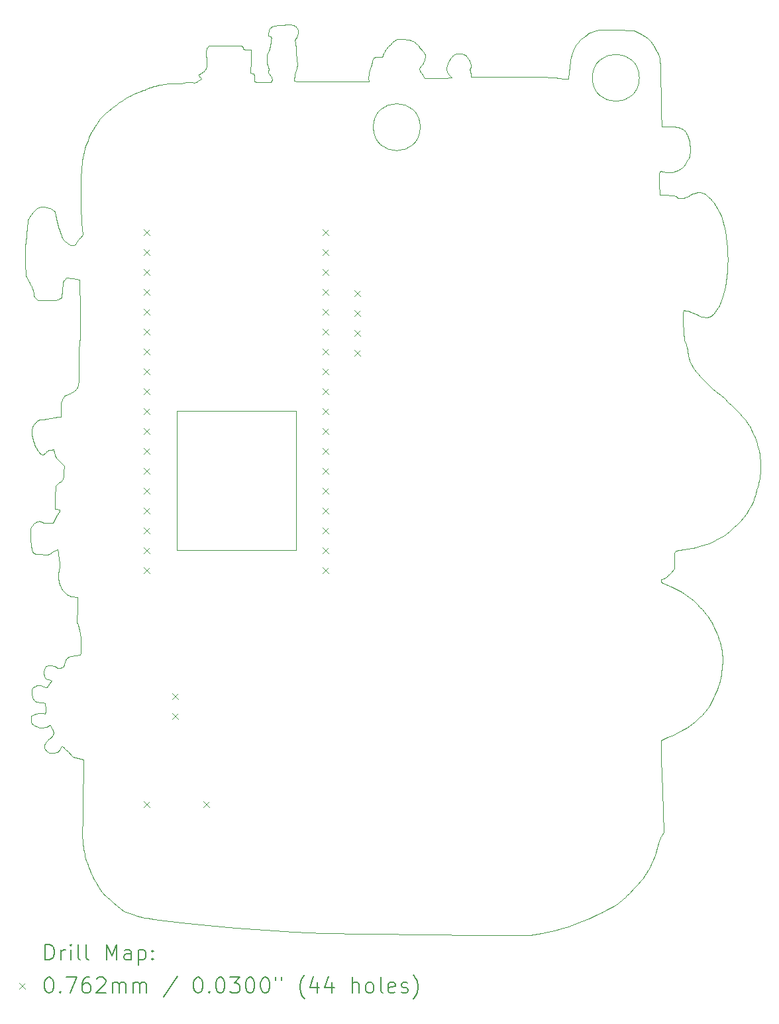
<source format=gbr>
%TF.GenerationSoftware,KiCad,Pcbnew,8.0.4*%
%TF.CreationDate,2024-09-17T14:39:20-07:00*%
%TF.ProjectId,DC33_Cnet_Badge_Main,44433333-5f43-46e6-9574-5f4261646765,rev?*%
%TF.SameCoordinates,Original*%
%TF.FileFunction,Drillmap*%
%TF.FilePolarity,Positive*%
%FSLAX45Y45*%
G04 Gerber Fmt 4.5, Leading zero omitted, Abs format (unit mm)*
G04 Created by KiCad (PCBNEW 8.0.4) date 2024-09-17 14:39:20*
%MOMM*%
%LPD*%
G01*
G04 APERTURE LIST*
%ADD10C,0.050000*%
%ADD11C,0.084666*%
%ADD12C,0.200000*%
%ADD13C,0.100000*%
G04 APERTURE END LIST*
D10*
X15500000Y-5350000D02*
G75*
G02*
X14900000Y-5350000I-300000J0D01*
G01*
X14900000Y-5350000D02*
G75*
G02*
X15500000Y-5350000I300000J0D01*
G01*
X18300000Y-4720000D02*
G75*
G02*
X17700000Y-4720000I-300000J0D01*
G01*
X17700000Y-4720000D02*
G75*
G02*
X18300000Y-4720000I300000J0D01*
G01*
D11*
X13825417Y-4041263D02*
X13840059Y-4041746D01*
X13853063Y-4042719D01*
X13864580Y-4044219D01*
X13874761Y-4046284D01*
X13883758Y-4048951D01*
X13891723Y-4052258D01*
X13898807Y-4056242D01*
X13905161Y-4060940D01*
X13910938Y-4066390D01*
X13916288Y-4072629D01*
X13921363Y-4079694D01*
X13926315Y-4087624D01*
X13928778Y-4091908D01*
X13930965Y-4095967D01*
X13932882Y-4099844D01*
X13934537Y-4103583D01*
X13935936Y-4107228D01*
X13937086Y-4110822D01*
X13937993Y-4114410D01*
X13938663Y-4118036D01*
X13939104Y-4121743D01*
X13939323Y-4125575D01*
X13939325Y-4129577D01*
X13939118Y-4133791D01*
X13938708Y-4138263D01*
X13938102Y-4143035D01*
X13937307Y-4148152D01*
X13936328Y-4153658D01*
X13935529Y-4157568D01*
X13934577Y-4161592D01*
X13933483Y-4165700D01*
X13932261Y-4169861D01*
X13930923Y-4174044D01*
X13929481Y-4178221D01*
X13927947Y-4182359D01*
X13926335Y-4186430D01*
X13924656Y-4190401D01*
X13922923Y-4194244D01*
X13921148Y-4197928D01*
X13919344Y-4201422D01*
X13917523Y-4204695D01*
X13915698Y-4207719D01*
X13913881Y-4210461D01*
X13912084Y-4212893D01*
X13909524Y-4216233D01*
X13907258Y-4219388D01*
X13905281Y-4222399D01*
X13903584Y-4225305D01*
X13902839Y-4226731D01*
X13902161Y-4228146D01*
X13901550Y-4229556D01*
X13901005Y-4230964D01*
X13900525Y-4232376D01*
X13900108Y-4233797D01*
X13899755Y-4235231D01*
X13899464Y-4236685D01*
X13899234Y-4238163D01*
X13899064Y-4239669D01*
X13898954Y-4241210D01*
X13898903Y-4242790D01*
X13898909Y-4244413D01*
X13898973Y-4246086D01*
X13899266Y-4249598D01*
X13899777Y-4253366D01*
X13900497Y-4257430D01*
X13901419Y-4261831D01*
X13902537Y-4266608D01*
X13904197Y-4275231D01*
X13905951Y-4287618D01*
X13907745Y-4303188D01*
X13909528Y-4321358D01*
X13911245Y-4341548D01*
X13912843Y-4363176D01*
X13914271Y-4385660D01*
X13915473Y-4408418D01*
X13916684Y-4430738D01*
X13918134Y-4451965D01*
X13919768Y-4471608D01*
X13921532Y-4489171D01*
X13923371Y-4504162D01*
X13925231Y-4516086D01*
X13927057Y-4524450D01*
X13927940Y-4527143D01*
X13928794Y-4528761D01*
X13929272Y-4529424D01*
X13929707Y-4530151D01*
X13930101Y-4530940D01*
X13930453Y-4531791D01*
X13930763Y-4532705D01*
X13931031Y-4533681D01*
X13931257Y-4534718D01*
X13931441Y-4535817D01*
X13931684Y-4538197D01*
X13931760Y-4540818D01*
X13931669Y-4543677D01*
X13931412Y-4546773D01*
X13930989Y-4550103D01*
X13930399Y-4553664D01*
X13929644Y-4557453D01*
X13928724Y-4561469D01*
X13927638Y-4565708D01*
X13926388Y-4570169D01*
X13924973Y-4574848D01*
X13923393Y-4579743D01*
X13918257Y-4597135D01*
X13912230Y-4620537D01*
X13905796Y-4647688D01*
X13899443Y-4676327D01*
X13893655Y-4704192D01*
X13888920Y-4729022D01*
X13885722Y-4748555D01*
X13884852Y-4755628D01*
X13884549Y-4760529D01*
X13885119Y-4760953D01*
X13886817Y-4761367D01*
X13893516Y-4762170D01*
X13919566Y-4763660D01*
X13961418Y-4764976D01*
X14017792Y-4766100D01*
X14168988Y-4767686D01*
X14362916Y-4768251D01*
X14841283Y-4768251D01*
X14839852Y-4728034D01*
X14839636Y-4717873D01*
X14839704Y-4707705D01*
X14840054Y-4697556D01*
X14840678Y-4687456D01*
X14841572Y-4677432D01*
X14842730Y-4667512D01*
X14844147Y-4657724D01*
X14845819Y-4648097D01*
X14847739Y-4638657D01*
X14849902Y-4629434D01*
X14852303Y-4620456D01*
X14854937Y-4611749D01*
X14857799Y-4603343D01*
X14860883Y-4595265D01*
X14864183Y-4587543D01*
X14867696Y-4580205D01*
X14869319Y-4576861D01*
X14870899Y-4573326D01*
X14872429Y-4569633D01*
X14873899Y-4565810D01*
X14875302Y-4561889D01*
X14876628Y-4557900D01*
X14877871Y-4553872D01*
X14879021Y-4549838D01*
X14880070Y-4545826D01*
X14881011Y-4541868D01*
X14881834Y-4537993D01*
X14882531Y-4534232D01*
X14883094Y-4530616D01*
X14883515Y-4527175D01*
X14883785Y-4523939D01*
X14883896Y-4520938D01*
X14884008Y-4518002D01*
X14884278Y-4514954D01*
X14884699Y-4511819D01*
X14885261Y-4508620D01*
X14885957Y-4505382D01*
X14886779Y-4502128D01*
X14887717Y-4498883D01*
X14888765Y-4495671D01*
X14889913Y-4492515D01*
X14891153Y-4489440D01*
X14892478Y-4486470D01*
X14893878Y-4483629D01*
X14895345Y-4480941D01*
X14896872Y-4478430D01*
X14898450Y-4476119D01*
X14900070Y-4474034D01*
X14902535Y-4471207D01*
X14903764Y-4469900D01*
X14904999Y-4468662D01*
X14906246Y-4467492D01*
X14907511Y-4466387D01*
X14908800Y-4465345D01*
X14910119Y-4464367D01*
X14911474Y-4463448D01*
X14912872Y-4462588D01*
X14914319Y-4461785D01*
X14915819Y-4461037D01*
X14917380Y-4460342D01*
X14919008Y-4459699D01*
X14920708Y-4459106D01*
X14922488Y-4458562D01*
X14924351Y-4458063D01*
X14926306Y-4457610D01*
X14928358Y-4457199D01*
X14930512Y-4456830D01*
X14932776Y-4456500D01*
X14935154Y-4456208D01*
X14940281Y-4455731D01*
X14945941Y-4455383D01*
X14952182Y-4455152D01*
X14959054Y-4455024D01*
X14966604Y-4454984D01*
X14982239Y-4454878D01*
X14988719Y-4454710D01*
X14994392Y-4454434D01*
X14999321Y-4454026D01*
X15003569Y-4453462D01*
X15007199Y-4452720D01*
X15010274Y-4451775D01*
X15012858Y-4450604D01*
X15013986Y-4449926D01*
X15015014Y-4449182D01*
X15015951Y-4448371D01*
X15016805Y-4447488D01*
X15018293Y-4445496D01*
X15019543Y-4443183D01*
X15020617Y-4440527D01*
X15021579Y-4437502D01*
X15022491Y-4434085D01*
X15025163Y-4425048D01*
X15028746Y-4415498D01*
X15033183Y-4405515D01*
X15038417Y-4395175D01*
X15044389Y-4384556D01*
X15051044Y-4373736D01*
X15058324Y-4362792D01*
X15066172Y-4351801D01*
X15074530Y-4340841D01*
X15083341Y-4329990D01*
X15092548Y-4319324D01*
X15102094Y-4308923D01*
X15111922Y-4298862D01*
X15121974Y-4289220D01*
X15132193Y-4280073D01*
X15142522Y-4271501D01*
X15199136Y-4226384D01*
X15263070Y-4226384D01*
X15276892Y-4226659D01*
X15291682Y-4227447D01*
X15306978Y-4228693D01*
X15322323Y-4230341D01*
X15337257Y-4232336D01*
X15351321Y-4234623D01*
X15364056Y-4237147D01*
X15375003Y-4239852D01*
X15382551Y-4242044D01*
X15389510Y-4244244D01*
X15395972Y-4246520D01*
X15402032Y-4248941D01*
X15407784Y-4251574D01*
X15413321Y-4254487D01*
X15418738Y-4257748D01*
X15424128Y-4261425D01*
X15429585Y-4265585D01*
X15435202Y-4270296D01*
X15441075Y-4275626D01*
X15447297Y-4281643D01*
X15453961Y-4288415D01*
X15461161Y-4296009D01*
X15468991Y-4304493D01*
X15477546Y-4313936D01*
X15488879Y-4326730D01*
X15500180Y-4339861D01*
X15511149Y-4352956D01*
X15521486Y-4365641D01*
X15530893Y-4377545D01*
X15539070Y-4388293D01*
X15545717Y-4397514D01*
X15550536Y-4404835D01*
X15553700Y-4410068D01*
X15556452Y-4414764D01*
X15558798Y-4419033D01*
X15560744Y-4422984D01*
X15561569Y-4424874D01*
X15562297Y-4426726D01*
X15562928Y-4428552D01*
X15563462Y-4430367D01*
X15563902Y-4432185D01*
X15564247Y-4434018D01*
X15564499Y-4435881D01*
X15564657Y-4437786D01*
X15564724Y-4439749D01*
X15564700Y-4441782D01*
X15564585Y-4443899D01*
X15564381Y-4446113D01*
X15564087Y-4448439D01*
X15563706Y-4450890D01*
X15562682Y-4456221D01*
X15561316Y-4462215D01*
X15559614Y-4468982D01*
X15555226Y-4485268D01*
X15553482Y-4491325D01*
X15551606Y-4497270D01*
X15549599Y-4503097D01*
X15547466Y-4508800D01*
X15545209Y-4514372D01*
X15542831Y-4519809D01*
X15540336Y-4525104D01*
X15537727Y-4530251D01*
X15535007Y-4535245D01*
X15532178Y-4540080D01*
X15529244Y-4544749D01*
X15526209Y-4549246D01*
X15523074Y-4553567D01*
X15519844Y-4557705D01*
X15516521Y-4561654D01*
X15513109Y-4565408D01*
X15507411Y-4571588D01*
X15502096Y-4577654D01*
X15497279Y-4583451D01*
X15493078Y-4588826D01*
X15489607Y-4593624D01*
X15488183Y-4595759D01*
X15486984Y-4597691D01*
X15486027Y-4599403D01*
X15485325Y-4600873D01*
X15484893Y-4602084D01*
X15484746Y-4603016D01*
X15484924Y-4604091D01*
X15485445Y-4605722D01*
X15486292Y-4607877D01*
X15487448Y-4610521D01*
X15490615Y-4617146D01*
X15494806Y-4625328D01*
X15499879Y-4634799D01*
X15505695Y-4645293D01*
X15512112Y-4656541D01*
X15518992Y-4668275D01*
X15553236Y-4725918D01*
X15687143Y-4725918D01*
X15742274Y-4725488D01*
X15793395Y-4724317D01*
X15834807Y-4722584D01*
X15850092Y-4721562D01*
X15860812Y-4720468D01*
X15900576Y-4715017D01*
X15874036Y-4687635D01*
X15869149Y-4682379D01*
X15864605Y-4677045D01*
X15860403Y-4671633D01*
X15856544Y-4666141D01*
X15853028Y-4660568D01*
X15849854Y-4654912D01*
X15847023Y-4649172D01*
X15844535Y-4643347D01*
X15842390Y-4637435D01*
X15840588Y-4631435D01*
X15839129Y-4625346D01*
X15838014Y-4619165D01*
X15837242Y-4612893D01*
X15836813Y-4606527D01*
X15836728Y-4600066D01*
X15836987Y-4593509D01*
X15837589Y-4586854D01*
X15838536Y-4580100D01*
X15839826Y-4573246D01*
X15841460Y-4566290D01*
X15843438Y-4559231D01*
X15845761Y-4552067D01*
X15848427Y-4544798D01*
X15851438Y-4537421D01*
X15854794Y-4529936D01*
X15858494Y-4522341D01*
X15862539Y-4514634D01*
X15866928Y-4506815D01*
X15876741Y-4490832D01*
X15887935Y-4474383D01*
X15896125Y-4463216D01*
X15904006Y-4453207D01*
X15911665Y-4444319D01*
X15915439Y-4440284D01*
X15919190Y-4436516D01*
X15922929Y-4433010D01*
X15926667Y-4429761D01*
X15930415Y-4426764D01*
X15934183Y-4424016D01*
X15937984Y-4421512D01*
X15941827Y-4419246D01*
X15945723Y-4417215D01*
X15949684Y-4415413D01*
X15953720Y-4413837D01*
X15957842Y-4412481D01*
X15962061Y-4411341D01*
X15966389Y-4410412D01*
X15970835Y-4409690D01*
X15975411Y-4409170D01*
X15980127Y-4408848D01*
X15984995Y-4408718D01*
X15990025Y-4408777D01*
X15995229Y-4409019D01*
X16000617Y-4409441D01*
X16006200Y-4410037D01*
X16017995Y-4411734D01*
X16030701Y-4414074D01*
X16038034Y-4415594D01*
X16044637Y-4417091D01*
X16050597Y-4418630D01*
X16056002Y-4420276D01*
X16060943Y-4422094D01*
X16063266Y-4423087D01*
X16065506Y-4424148D01*
X16067675Y-4425283D01*
X16069782Y-4426503D01*
X16071839Y-4427813D01*
X16073857Y-4429223D01*
X16075848Y-4430741D01*
X16077822Y-4432374D01*
X16081763Y-4436019D01*
X16085771Y-4440225D01*
X16089933Y-4445054D01*
X16094338Y-4450572D01*
X16099075Y-4456844D01*
X16104231Y-4463934D01*
X16109897Y-4471907D01*
X16116578Y-4481812D01*
X16122632Y-4491671D01*
X16128051Y-4501445D01*
X16132825Y-4511094D01*
X16136949Y-4520579D01*
X16140412Y-4529860D01*
X16143207Y-4538899D01*
X16145326Y-4547655D01*
X16146761Y-4556089D01*
X16147503Y-4564163D01*
X16147545Y-4571836D01*
X16146878Y-4579069D01*
X16145494Y-4585822D01*
X16144530Y-4589007D01*
X16143385Y-4592057D01*
X16142056Y-4594968D01*
X16140543Y-4597734D01*
X16138844Y-4600351D01*
X16136959Y-4602814D01*
X16135435Y-4604714D01*
X16134103Y-4606513D01*
X16132963Y-4608220D01*
X16132015Y-4609846D01*
X16131613Y-4610631D01*
X16131258Y-4611399D01*
X16130951Y-4612151D01*
X16130691Y-4612888D01*
X16130479Y-4613612D01*
X16130314Y-4614324D01*
X16130196Y-4615024D01*
X16130125Y-4615715D01*
X16130102Y-4616397D01*
X16130125Y-4617071D01*
X16130196Y-4617739D01*
X16130313Y-4618401D01*
X16130477Y-4619060D01*
X16130688Y-4619715D01*
X16130945Y-4620369D01*
X16131249Y-4621022D01*
X16131599Y-4621676D01*
X16131996Y-4622332D01*
X16132439Y-4622991D01*
X16132928Y-4623654D01*
X16134045Y-4624996D01*
X16135345Y-4626370D01*
X16135848Y-4626920D01*
X16136344Y-4627557D01*
X16137314Y-4629082D01*
X16138251Y-4630920D01*
X16139151Y-4633048D01*
X16140007Y-4635443D01*
X16140815Y-4638080D01*
X16141570Y-4640935D01*
X16142267Y-4643986D01*
X16142901Y-4647209D01*
X16143466Y-4650579D01*
X16143958Y-4654073D01*
X16144373Y-4657668D01*
X16144703Y-4661340D01*
X16144946Y-4665064D01*
X16145095Y-4668818D01*
X16145146Y-4672578D01*
X16145146Y-4708984D01*
X16651029Y-4709148D01*
X16899369Y-4709828D01*
X17073058Y-4711916D01*
X17189720Y-4715774D01*
X17232174Y-4718480D01*
X17266979Y-4721764D01*
X17347396Y-4730582D01*
X17373946Y-4733283D01*
X17386176Y-4734299D01*
X17386715Y-4734157D01*
X17387264Y-4733723D01*
X17387823Y-4733002D01*
X17388393Y-4731996D01*
X17389558Y-4729141D01*
X17390756Y-4725186D01*
X17391984Y-4720156D01*
X17393237Y-4714076D01*
X17394511Y-4706973D01*
X17395803Y-4698871D01*
X17397108Y-4689798D01*
X17398423Y-4679778D01*
X17399744Y-4668838D01*
X17401067Y-4657002D01*
X17403703Y-4630749D01*
X17406300Y-4601226D01*
X17409992Y-4562124D01*
X17414444Y-4525584D01*
X17419736Y-4491435D01*
X17425949Y-4459509D01*
X17433162Y-4429635D01*
X17441455Y-4401644D01*
X17450909Y-4375367D01*
X17461604Y-4350635D01*
X17473618Y-4327278D01*
X17487033Y-4305126D01*
X17501929Y-4284010D01*
X17518385Y-4263762D01*
X17536481Y-4244210D01*
X17556298Y-4225186D01*
X17577915Y-4206521D01*
X17601412Y-4188045D01*
X17607304Y-4183715D01*
X17613591Y-4179301D01*
X17627123Y-4170347D01*
X17641559Y-4161437D01*
X17656446Y-4152822D01*
X17671333Y-4144757D01*
X17685768Y-4137493D01*
X17699301Y-4131284D01*
X17705588Y-4128654D01*
X17711479Y-4126383D01*
X17721119Y-4122885D01*
X17729999Y-4119824D01*
X17738521Y-4117176D01*
X17747087Y-4114920D01*
X17751511Y-4113931D01*
X17756097Y-4113032D01*
X17760895Y-4112219D01*
X17765954Y-4111490D01*
X17777058Y-4110271D01*
X17789810Y-4109352D01*
X17804613Y-4108711D01*
X17821867Y-4108324D01*
X17841974Y-4108169D01*
X17865335Y-4108224D01*
X17892352Y-4108466D01*
X17923425Y-4108871D01*
X17999346Y-4110083D01*
X18232179Y-4113967D01*
X18299912Y-4151468D01*
X18314296Y-4159568D01*
X18329216Y-4168220D01*
X18344240Y-4177156D01*
X18358934Y-4186110D01*
X18372862Y-4194812D01*
X18385593Y-4202996D01*
X18396690Y-4210394D01*
X18405721Y-4216738D01*
X18414037Y-4223330D01*
X18422691Y-4231191D01*
X18431618Y-4240226D01*
X18440754Y-4250339D01*
X18450036Y-4261435D01*
X18459399Y-4273419D01*
X18468779Y-4286195D01*
X18478112Y-4299668D01*
X18487333Y-4313744D01*
X18496378Y-4328325D01*
X18505184Y-4343318D01*
X18513685Y-4358627D01*
X18521819Y-4374157D01*
X18529520Y-4389812D01*
X18536724Y-4405497D01*
X18543368Y-4421117D01*
X18547256Y-4430756D01*
X18550676Y-4439674D01*
X18553666Y-4448294D01*
X18556262Y-4457040D01*
X18557425Y-4461592D01*
X18558504Y-4466335D01*
X18559503Y-4471320D01*
X18560428Y-4476602D01*
X18561283Y-4482233D01*
X18562073Y-4488265D01*
X18563476Y-4501747D01*
X18564674Y-4517473D01*
X18565706Y-4535864D01*
X18566609Y-4557345D01*
X18567422Y-4582339D01*
X18568180Y-4611270D01*
X18568924Y-4644561D01*
X18570514Y-4725917D01*
X18575337Y-4956000D01*
X18580326Y-5158444D01*
X18585432Y-5341204D01*
X18672219Y-5341514D01*
X18695560Y-5341813D01*
X18716376Y-5342574D01*
X18735139Y-5343860D01*
X18752320Y-5345733D01*
X18760464Y-5346909D01*
X18768390Y-5348255D01*
X18776156Y-5349779D01*
X18783821Y-5351489D01*
X18799084Y-5355497D01*
X18814651Y-5360341D01*
X18823487Y-5363329D01*
X18831451Y-5366141D01*
X18838625Y-5368839D01*
X18845090Y-5371481D01*
X18850928Y-5374126D01*
X18856219Y-5376833D01*
X18861045Y-5379662D01*
X18865487Y-5382672D01*
X18869626Y-5385923D01*
X18873543Y-5389473D01*
X18877320Y-5393382D01*
X18881038Y-5397708D01*
X18884777Y-5402512D01*
X18888620Y-5407853D01*
X18892647Y-5413789D01*
X18896939Y-5420380D01*
X18903543Y-5431116D01*
X18909625Y-5441953D01*
X18915199Y-5452950D01*
X18920279Y-5464162D01*
X18924877Y-5475645D01*
X18929007Y-5487457D01*
X18932682Y-5499655D01*
X18935916Y-5512293D01*
X18938721Y-5525430D01*
X18941111Y-5539121D01*
X18943099Y-5553424D01*
X18944699Y-5568394D01*
X18945923Y-5584089D01*
X18946785Y-5600564D01*
X18947299Y-5617877D01*
X18947476Y-5636083D01*
X18947390Y-5662656D01*
X18946918Y-5683672D01*
X18946465Y-5692457D01*
X18945828Y-5700285D01*
X18944980Y-5707302D01*
X18943890Y-5713650D01*
X18942531Y-5719475D01*
X18940873Y-5724920D01*
X18938887Y-5730130D01*
X18936544Y-5735248D01*
X18933815Y-5740421D01*
X18930673Y-5745790D01*
X18923028Y-5757699D01*
X18917816Y-5765759D01*
X18912398Y-5774511D01*
X18906932Y-5783675D01*
X18901576Y-5792972D01*
X18896489Y-5802122D01*
X18891829Y-5810846D01*
X18887755Y-5818863D01*
X18884424Y-5825893D01*
X18882765Y-5829298D01*
X18880854Y-5832720D01*
X18878698Y-5836156D01*
X18876302Y-5839600D01*
X18873673Y-5843050D01*
X18870818Y-5846501D01*
X18867743Y-5849949D01*
X18864455Y-5853388D01*
X18857263Y-5860227D01*
X18849294Y-5866985D01*
X18840599Y-5873626D01*
X18831230Y-5880118D01*
X18821238Y-5886426D01*
X18810676Y-5892515D01*
X18799593Y-5898354D01*
X18788042Y-5903906D01*
X18776073Y-5909138D01*
X18763740Y-5914016D01*
X18751092Y-5918507D01*
X18738181Y-5922576D01*
X18730258Y-5924799D01*
X18722609Y-5926686D01*
X18715138Y-5928233D01*
X18707753Y-5929435D01*
X18700359Y-5930288D01*
X18692862Y-5930785D01*
X18685167Y-5930924D01*
X18677181Y-5930698D01*
X18668809Y-5930104D01*
X18659958Y-5929136D01*
X18650532Y-5927790D01*
X18640438Y-5926061D01*
X18629582Y-5923945D01*
X18617869Y-5921437D01*
X18605206Y-5918531D01*
X18591498Y-5915224D01*
X18587916Y-5914393D01*
X18584539Y-5913729D01*
X18581362Y-5913253D01*
X18578380Y-5912985D01*
X18575590Y-5912945D01*
X18572986Y-5913156D01*
X18570562Y-5913636D01*
X18568316Y-5914408D01*
X18567257Y-5914910D01*
X18566241Y-5915492D01*
X18565266Y-5916157D01*
X18564333Y-5916908D01*
X18563440Y-5917747D01*
X18562587Y-5918677D01*
X18561773Y-5919701D01*
X18560998Y-5920821D01*
X18559563Y-5923359D01*
X18558275Y-5926312D01*
X18557130Y-5929702D01*
X18556124Y-5933548D01*
X18555251Y-5937873D01*
X18554507Y-5942695D01*
X18553888Y-5948036D01*
X18553387Y-5953917D01*
X18553001Y-5960359D01*
X18552725Y-5967382D01*
X18552554Y-5975006D01*
X18552483Y-5983254D01*
X18552508Y-5992144D01*
X18552623Y-6001699D01*
X18553107Y-6022883D01*
X18553897Y-6046973D01*
X18554954Y-6074133D01*
X18560670Y-6213584D01*
X18662327Y-6219050D01*
X18692180Y-6220773D01*
X18715934Y-6222484D01*
X18734399Y-6224342D01*
X18741903Y-6225376D01*
X18748389Y-6226507D01*
X18753960Y-6227755D01*
X18758717Y-6229140D01*
X18762761Y-6230682D01*
X18766193Y-6232402D01*
X18769117Y-6234318D01*
X18771632Y-6236451D01*
X18773841Y-6238822D01*
X18775845Y-6241449D01*
X18777849Y-6243982D01*
X18780172Y-6246326D01*
X18782799Y-6248483D01*
X18785712Y-6250452D01*
X18788899Y-6252236D01*
X18792342Y-6253834D01*
X18796027Y-6255248D01*
X18799938Y-6256479D01*
X18804061Y-6257527D01*
X18808379Y-6258393D01*
X18812877Y-6259079D01*
X18817541Y-6259584D01*
X18827301Y-6260058D01*
X18837538Y-6259823D01*
X18848127Y-6258885D01*
X18858947Y-6257252D01*
X18869875Y-6254930D01*
X18880787Y-6251925D01*
X18891562Y-6248246D01*
X18902076Y-6243899D01*
X18907197Y-6241476D01*
X18912207Y-6238890D01*
X18917090Y-6236140D01*
X18921832Y-6233227D01*
X18938193Y-6223168D01*
X18954187Y-6214227D01*
X18969817Y-6206404D01*
X18985092Y-6199698D01*
X19000016Y-6194108D01*
X19014596Y-6189633D01*
X19028839Y-6186274D01*
X19042749Y-6184028D01*
X19056333Y-6182895D01*
X19069597Y-6182875D01*
X19082547Y-6183967D01*
X19095190Y-6186169D01*
X19107531Y-6189482D01*
X19119576Y-6193904D01*
X19131332Y-6199435D01*
X19142804Y-6206074D01*
X19152043Y-6212346D01*
X19161634Y-6219637D01*
X19171522Y-6227882D01*
X19181648Y-6237013D01*
X19191957Y-6246964D01*
X19202391Y-6257668D01*
X19212893Y-6269058D01*
X19223406Y-6281067D01*
X19233873Y-6293628D01*
X19244237Y-6306676D01*
X19254441Y-6320143D01*
X19264428Y-6333962D01*
X19274141Y-6348066D01*
X19283523Y-6362390D01*
X19292517Y-6376865D01*
X19301067Y-6391426D01*
X19324436Y-6437622D01*
X19345612Y-6489909D01*
X19364541Y-6547548D01*
X19381165Y-6609800D01*
X19395431Y-6675927D01*
X19407282Y-6745192D01*
X19416662Y-6816855D01*
X19423515Y-6890179D01*
X19427787Y-6964425D01*
X19429421Y-7038855D01*
X19428362Y-7112730D01*
X19424554Y-7185313D01*
X19417941Y-7255865D01*
X19408468Y-7323647D01*
X19396079Y-7387921D01*
X19380718Y-7447950D01*
X19362109Y-7509215D01*
X19344577Y-7561589D01*
X19336052Y-7584774D01*
X19327602Y-7606133D01*
X19319160Y-7625800D01*
X19310661Y-7643906D01*
X19302041Y-7660586D01*
X19293233Y-7675971D01*
X19284173Y-7690194D01*
X19274795Y-7703387D01*
X19265035Y-7715684D01*
X19254826Y-7727215D01*
X19244104Y-7738116D01*
X19232804Y-7748517D01*
X19227274Y-7753318D01*
X19222205Y-7757574D01*
X19217504Y-7761315D01*
X19213077Y-7764575D01*
X19208832Y-7767384D01*
X19206748Y-7768630D01*
X19204674Y-7769775D01*
X19202599Y-7770824D01*
X19200511Y-7771779D01*
X19198398Y-7772647D01*
X19196249Y-7773429D01*
X19194052Y-7774131D01*
X19191796Y-7774756D01*
X19189468Y-7775308D01*
X19187057Y-7775791D01*
X19181940Y-7776568D01*
X19176352Y-7777117D01*
X19170198Y-7777471D01*
X19163387Y-7777661D01*
X19155824Y-7777719D01*
X19147417Y-7777677D01*
X19140884Y-7777552D01*
X19134542Y-7777298D01*
X19128383Y-7776914D01*
X19122401Y-7776398D01*
X19116588Y-7775750D01*
X19110939Y-7774966D01*
X19105445Y-7774046D01*
X19100101Y-7772989D01*
X19094900Y-7771793D01*
X19089834Y-7770456D01*
X19084898Y-7768977D01*
X19080083Y-7767355D01*
X19075384Y-7765588D01*
X19070794Y-7763675D01*
X19066305Y-7761614D01*
X19061912Y-7759404D01*
X19030065Y-7742832D01*
X19003321Y-7729335D01*
X18980855Y-7718571D01*
X18961842Y-7710197D01*
X18945457Y-7703871D01*
X18937992Y-7701368D01*
X18930876Y-7699249D01*
X18924003Y-7697471D01*
X18917273Y-7695991D01*
X18903823Y-7693752D01*
X18864269Y-7688411D01*
X18858748Y-7733280D01*
X18857461Y-7748584D01*
X18856768Y-7768055D01*
X18856974Y-7816763D01*
X18858995Y-7873930D01*
X18862459Y-7934080D01*
X18866994Y-7991739D01*
X18872229Y-8041432D01*
X18877791Y-8077683D01*
X18880579Y-8089058D01*
X18883309Y-8095019D01*
X18886076Y-8098518D01*
X18888772Y-8102711D01*
X18891403Y-8107615D01*
X18893973Y-8113247D01*
X18896486Y-8119624D01*
X18898947Y-8126762D01*
X18901359Y-8134681D01*
X18903728Y-8143395D01*
X18906058Y-8152922D01*
X18908353Y-8163280D01*
X18910618Y-8174485D01*
X18912857Y-8186554D01*
X18915074Y-8199505D01*
X18917274Y-8213355D01*
X18919461Y-8228119D01*
X18921639Y-8243817D01*
X18926469Y-8272606D01*
X18933240Y-8300855D01*
X18942141Y-8328804D01*
X18953360Y-8356691D01*
X18967083Y-8384758D01*
X18983500Y-8413243D01*
X19002797Y-8442385D01*
X19025162Y-8472425D01*
X19050784Y-8503602D01*
X19079849Y-8536154D01*
X19112547Y-8570323D01*
X19149063Y-8606347D01*
X19189587Y-8644466D01*
X19234306Y-8684919D01*
X19283407Y-8727946D01*
X19337079Y-8773786D01*
X19386862Y-8817044D01*
X19437219Y-8863038D01*
X19486889Y-8910482D01*
X19534608Y-8958086D01*
X19579113Y-9004563D01*
X19619143Y-9048625D01*
X19653434Y-9088983D01*
X19668032Y-9107371D01*
X19680723Y-9124350D01*
X19690279Y-9138279D01*
X19700020Y-9153749D01*
X19709886Y-9170622D01*
X19719816Y-9188759D01*
X19729753Y-9208022D01*
X19739635Y-9228272D01*
X19749405Y-9249370D01*
X19759002Y-9271177D01*
X19768366Y-9293556D01*
X19777439Y-9316367D01*
X19786161Y-9339472D01*
X19794472Y-9362732D01*
X19802313Y-9386008D01*
X19809624Y-9409162D01*
X19816346Y-9432056D01*
X19822420Y-9454550D01*
X19828613Y-9479677D01*
X19833592Y-9502743D01*
X19835670Y-9513908D01*
X19837498Y-9525043D01*
X19839092Y-9536312D01*
X19840470Y-9547875D01*
X19841650Y-9559896D01*
X19842650Y-9572535D01*
X19844178Y-9600320D01*
X19845195Y-9632526D01*
X19845841Y-9670450D01*
X19846168Y-9709900D01*
X19845978Y-9742720D01*
X19845117Y-9770595D01*
X19843430Y-9795212D01*
X19840765Y-9818257D01*
X19836967Y-9841415D01*
X19831881Y-9866373D01*
X19825355Y-9894817D01*
X19820303Y-9915333D01*
X19814410Y-9937970D01*
X19800949Y-9986618D01*
X19786682Y-10034800D01*
X19779778Y-10056851D01*
X19773313Y-10076550D01*
X19752653Y-10130944D01*
X19727922Y-10184161D01*
X19699320Y-10236025D01*
X19667046Y-10286357D01*
X19631301Y-10334979D01*
X19592285Y-10381713D01*
X19550196Y-10426382D01*
X19505236Y-10468807D01*
X19457603Y-10508810D01*
X19407498Y-10546215D01*
X19355121Y-10580842D01*
X19300672Y-10612513D01*
X19244350Y-10641052D01*
X19186355Y-10666280D01*
X19126887Y-10688019D01*
X19066145Y-10706090D01*
X19041315Y-10712358D01*
X19014535Y-10718606D01*
X18986650Y-10724671D01*
X18958506Y-10730387D01*
X18930946Y-10735588D01*
X18904815Y-10740109D01*
X18880957Y-10743784D01*
X18860218Y-10746447D01*
X18821474Y-10751011D01*
X18805810Y-10753359D01*
X18792391Y-10756035D01*
X18786471Y-10757562D01*
X18781050Y-10759250D01*
X18776105Y-10761126D01*
X18771616Y-10763216D01*
X18767562Y-10765547D01*
X18763922Y-10768145D01*
X18760673Y-10771037D01*
X18757796Y-10774249D01*
X18755269Y-10777808D01*
X18753071Y-10781740D01*
X18751181Y-10786071D01*
X18749577Y-10790829D01*
X18748239Y-10796040D01*
X18747145Y-10801730D01*
X18746275Y-10807925D01*
X18745606Y-10814653D01*
X18744791Y-10829811D01*
X18744530Y-10847416D01*
X18744995Y-10890813D01*
X18746521Y-10986645D01*
X18694835Y-11046824D01*
X18687731Y-11055008D01*
X18681014Y-11062562D01*
X18674650Y-11069511D01*
X18668607Y-11075884D01*
X18662852Y-11081706D01*
X18657352Y-11087006D01*
X18652073Y-11091810D01*
X18646983Y-11096146D01*
X18642050Y-11100039D01*
X18637239Y-11103518D01*
X18632518Y-11106610D01*
X18627855Y-11109341D01*
X18623216Y-11111738D01*
X18618568Y-11113829D01*
X18613878Y-11115640D01*
X18609114Y-11117199D01*
X18604335Y-11118681D01*
X18599991Y-11120139D01*
X18596065Y-11121589D01*
X18592540Y-11123045D01*
X18589397Y-11124522D01*
X18586620Y-11126037D01*
X18584191Y-11127603D01*
X18582091Y-11129236D01*
X18581160Y-11130082D01*
X18580305Y-11130951D01*
X18579523Y-11131844D01*
X18578813Y-11132763D01*
X18578173Y-11133710D01*
X18577599Y-11134687D01*
X18577091Y-11135697D01*
X18576645Y-11136739D01*
X18575934Y-11138934D01*
X18575448Y-11141286D01*
X18575169Y-11143811D01*
X18575080Y-11146523D01*
X18575118Y-11148031D01*
X18575241Y-11149496D01*
X18575457Y-11150922D01*
X18575774Y-11152317D01*
X18576203Y-11153685D01*
X18576751Y-11155032D01*
X18577428Y-11156364D01*
X18578243Y-11157687D01*
X18579205Y-11159005D01*
X18580323Y-11160325D01*
X18581606Y-11161653D01*
X18583062Y-11162993D01*
X18584702Y-11164352D01*
X18586533Y-11165734D01*
X18588566Y-11167147D01*
X18590808Y-11168595D01*
X18593269Y-11170084D01*
X18595958Y-11171619D01*
X18598884Y-11173207D01*
X18602056Y-11174852D01*
X18605483Y-11176561D01*
X18609173Y-11178339D01*
X18617383Y-11182125D01*
X18626756Y-11186255D01*
X18637364Y-11190773D01*
X18649281Y-11195726D01*
X18662577Y-11201156D01*
X18701095Y-11217358D01*
X18738028Y-11234086D01*
X18773494Y-11251429D01*
X18807609Y-11269476D01*
X18840490Y-11288313D01*
X18872253Y-11308031D01*
X18903014Y-11328715D01*
X18932890Y-11350456D01*
X18961998Y-11373341D01*
X18990454Y-11397458D01*
X19018375Y-11422895D01*
X19045877Y-11449740D01*
X19073076Y-11478082D01*
X19100090Y-11508009D01*
X19127035Y-11539609D01*
X19154027Y-11572970D01*
X19177323Y-11603906D01*
X19199493Y-11636214D01*
X19220484Y-11669750D01*
X19240244Y-11704369D01*
X19258721Y-11739928D01*
X19275864Y-11776282D01*
X19291621Y-11813287D01*
X19305939Y-11850799D01*
X19318767Y-11888675D01*
X19330053Y-11926769D01*
X19339745Y-11964938D01*
X19347791Y-12003038D01*
X19354140Y-12040924D01*
X19358739Y-12078453D01*
X19361536Y-12115481D01*
X19362480Y-12151862D01*
X19361799Y-12190847D01*
X19359758Y-12229657D01*
X19356367Y-12268265D01*
X19351633Y-12306645D01*
X19345564Y-12344770D01*
X19338167Y-12382612D01*
X19329451Y-12420145D01*
X19319423Y-12457343D01*
X19308090Y-12494178D01*
X19295461Y-12530623D01*
X19281543Y-12566652D01*
X19266343Y-12602238D01*
X19249871Y-12637355D01*
X19232133Y-12671974D01*
X19213137Y-12706070D01*
X19192891Y-12739615D01*
X19176069Y-12765840D01*
X19168068Y-12777808D01*
X19160225Y-12789149D01*
X19152457Y-12799967D01*
X19144676Y-12810362D01*
X19136797Y-12820438D01*
X19128735Y-12830297D01*
X19120405Y-12840041D01*
X19111720Y-12849771D01*
X19102596Y-12859592D01*
X19092947Y-12869604D01*
X19071730Y-12890612D01*
X19047386Y-12913615D01*
X19021632Y-12937142D01*
X19009780Y-12947607D01*
X18998402Y-12957354D01*
X18987341Y-12966492D01*
X18976441Y-12975133D01*
X18965545Y-12983388D01*
X18954496Y-12991365D01*
X18943137Y-12999177D01*
X18931312Y-13006933D01*
X18918863Y-13014745D01*
X18905634Y-13022722D01*
X18876208Y-13039614D01*
X18841780Y-13058494D01*
X18816458Y-13071938D01*
X18789913Y-13085612D01*
X18762934Y-13099135D01*
X18736313Y-13112129D01*
X18710838Y-13124212D01*
X18687300Y-13135003D01*
X18666489Y-13144124D01*
X18649195Y-13151194D01*
X18575142Y-13179882D01*
X18574957Y-13230682D01*
X18576321Y-13293029D01*
X18580178Y-13425230D01*
X18593005Y-13821636D01*
X18611251Y-14361790D01*
X18586147Y-14397369D01*
X18582843Y-14402321D01*
X18579544Y-14407814D01*
X18576241Y-14413875D01*
X18572924Y-14420526D01*
X18569584Y-14427796D01*
X18566212Y-14435707D01*
X18562799Y-14444286D01*
X18559336Y-14453559D01*
X18555813Y-14463549D01*
X18552222Y-14474283D01*
X18548553Y-14485786D01*
X18544796Y-14498083D01*
X18536987Y-14525159D01*
X18528720Y-14555715D01*
X18519390Y-14590041D01*
X18510289Y-14620972D01*
X18501026Y-14649534D01*
X18491211Y-14676756D01*
X18480454Y-14703665D01*
X18468364Y-14731287D01*
X18454551Y-14760650D01*
X18438624Y-14792782D01*
X18419407Y-14830451D01*
X18410953Y-14846448D01*
X18402875Y-14861075D01*
X18394879Y-14874724D01*
X18386668Y-14887785D01*
X18377948Y-14900650D01*
X18368423Y-14913711D01*
X18357799Y-14927358D01*
X18345779Y-14941983D01*
X18332069Y-14957977D01*
X18316374Y-14975732D01*
X18277847Y-15018088D01*
X18227835Y-15072182D01*
X18167672Y-15136434D01*
X18141555Y-15163440D01*
X18117243Y-15187625D01*
X18094110Y-15209438D01*
X18071527Y-15229324D01*
X18048867Y-15247729D01*
X18025500Y-15265099D01*
X18000801Y-15281880D01*
X17974140Y-15298518D01*
X17944890Y-15315460D01*
X17912423Y-15333151D01*
X17876111Y-15352038D01*
X17835327Y-15372567D01*
X17737828Y-15420334D01*
X17651232Y-15460684D01*
X17564081Y-15497910D01*
X17476768Y-15531882D01*
X17389690Y-15562468D01*
X17303239Y-15589536D01*
X17217811Y-15612957D01*
X17133801Y-15632599D01*
X17051602Y-15648331D01*
X16903943Y-15673315D01*
X16560536Y-15671926D01*
X16150126Y-15669021D01*
X15645628Y-15663988D01*
X15645617Y-15663987D01*
X14798879Y-15653305D01*
X14256692Y-15642655D01*
X13876479Y-15628149D01*
X13515666Y-15605898D01*
X13140539Y-15577709D01*
X12779804Y-15545993D01*
X12448480Y-15512174D01*
X12161583Y-15477673D01*
X12103007Y-15469751D01*
X12054563Y-15462705D01*
X12013807Y-15456020D01*
X11978297Y-15449183D01*
X11945589Y-15441682D01*
X11913241Y-15433001D01*
X11878809Y-15422629D01*
X11839850Y-15410050D01*
X11712850Y-15368200D01*
X11576335Y-15254268D01*
X11532172Y-15217266D01*
X11497816Y-15187822D01*
X11483652Y-15175224D01*
X11471144Y-15163662D01*
X11460025Y-15152852D01*
X11450032Y-15142509D01*
X11440897Y-15132350D01*
X11432356Y-15122088D01*
X11424144Y-15111441D01*
X11415995Y-15100123D01*
X11407644Y-15087850D01*
X11398825Y-15074338D01*
X11378722Y-15042458D01*
X11362500Y-15015684D01*
X11346771Y-14988147D01*
X11331567Y-14959936D01*
X11316926Y-14931141D01*
X11302879Y-14901852D01*
X11289464Y-14872158D01*
X11276713Y-14842148D01*
X11264661Y-14811913D01*
X11253343Y-14781541D01*
X11242794Y-14751123D01*
X11233048Y-14720748D01*
X11224139Y-14690505D01*
X11216102Y-14660484D01*
X11208972Y-14630774D01*
X11202782Y-14601466D01*
X11197569Y-14572648D01*
X11191598Y-14535172D01*
X11189185Y-14518234D01*
X11187131Y-14501765D01*
X11185421Y-14485216D01*
X11184036Y-14468037D01*
X11182962Y-14449679D01*
X11182180Y-14429594D01*
X11181674Y-14407233D01*
X11181428Y-14382046D01*
X11181648Y-14321001D01*
X11182707Y-14242065D01*
X11184471Y-14140848D01*
X11188833Y-13858145D01*
X11191201Y-13624304D01*
X11192151Y-13425261D01*
X11125006Y-13410168D01*
X11057861Y-13395077D01*
X10988112Y-13321393D01*
X10974041Y-13306763D01*
X10960797Y-13293447D01*
X10948679Y-13281712D01*
X10937984Y-13271826D01*
X10929012Y-13264057D01*
X10925265Y-13261050D01*
X10922060Y-13258673D01*
X10919435Y-13256958D01*
X10917426Y-13255940D01*
X10916665Y-13255703D01*
X10916072Y-13255652D01*
X10915652Y-13255793D01*
X10915409Y-13256128D01*
X10915010Y-13257160D01*
X10914429Y-13258504D01*
X10912764Y-13262043D01*
X10910507Y-13266575D01*
X10907746Y-13271926D01*
X10904571Y-13277924D01*
X10901074Y-13284398D01*
X10897343Y-13291176D01*
X10893468Y-13298084D01*
X10890350Y-13303494D01*
X10887411Y-13308330D01*
X10884579Y-13312639D01*
X10881780Y-13316467D01*
X10880369Y-13318216D01*
X10878939Y-13319862D01*
X10877479Y-13321411D01*
X10875982Y-13322868D01*
X10874437Y-13324241D01*
X10872835Y-13325534D01*
X10871168Y-13326753D01*
X10869425Y-13327905D01*
X10867598Y-13328994D01*
X10865677Y-13330027D01*
X10863653Y-13331010D01*
X10861517Y-13331948D01*
X10859260Y-13332847D01*
X10856872Y-13333714D01*
X10851666Y-13335370D01*
X10845827Y-13336965D01*
X10839280Y-13338543D01*
X10831951Y-13340152D01*
X10823766Y-13341839D01*
X10808145Y-13344861D01*
X10801510Y-13346006D01*
X10795546Y-13346897D01*
X10790169Y-13347526D01*
X10785293Y-13347887D01*
X10780834Y-13347972D01*
X10776709Y-13347774D01*
X10772831Y-13347286D01*
X10769117Y-13346499D01*
X10765482Y-13345408D01*
X10761840Y-13344005D01*
X10758109Y-13342282D01*
X10754203Y-13340233D01*
X10750037Y-13337849D01*
X10745527Y-13335125D01*
X10739352Y-13331157D01*
X10733530Y-13327074D01*
X10728067Y-13322883D01*
X10722971Y-13318593D01*
X10718247Y-13314214D01*
X10713902Y-13309752D01*
X10709941Y-13305217D01*
X10706371Y-13300617D01*
X10703198Y-13295960D01*
X10700428Y-13291256D01*
X10698067Y-13286512D01*
X10696121Y-13281737D01*
X10694597Y-13276939D01*
X10693501Y-13272127D01*
X10693116Y-13269719D01*
X10692839Y-13267310D01*
X10692673Y-13264902D01*
X10692617Y-13262495D01*
X10692725Y-13259808D01*
X10693042Y-13256973D01*
X10694275Y-13250907D01*
X10696251Y-13244392D01*
X10698909Y-13237521D01*
X10702184Y-13230388D01*
X10706013Y-13223087D01*
X10710332Y-13215712D01*
X10715079Y-13208357D01*
X10720190Y-13201115D01*
X10725601Y-13194081D01*
X10731249Y-13187349D01*
X10737070Y-13181012D01*
X10743002Y-13175164D01*
X10748981Y-13169899D01*
X10754943Y-13165311D01*
X10760825Y-13161494D01*
X10763602Y-13159767D01*
X10766453Y-13157795D01*
X10769357Y-13155599D01*
X10772292Y-13153204D01*
X10775237Y-13150631D01*
X10778172Y-13147903D01*
X10781074Y-13145043D01*
X10783923Y-13142074D01*
X10786698Y-13139019D01*
X10789376Y-13135900D01*
X10791937Y-13132740D01*
X10794360Y-13129562D01*
X10796624Y-13126388D01*
X10798706Y-13123241D01*
X10800587Y-13120145D01*
X10802244Y-13117122D01*
X10804811Y-13112108D01*
X10807024Y-13107614D01*
X10808873Y-13103531D01*
X10809658Y-13101610D01*
X10810350Y-13099751D01*
X10810946Y-13097941D01*
X10811446Y-13096167D01*
X10811849Y-13094415D01*
X10812152Y-13092671D01*
X10812357Y-13090922D01*
X10812460Y-13089154D01*
X10812462Y-13087354D01*
X10812360Y-13085509D01*
X10812155Y-13083605D01*
X10811845Y-13081629D01*
X10811428Y-13079567D01*
X10810904Y-13077405D01*
X10810271Y-13075131D01*
X10809529Y-13072730D01*
X10807711Y-13067495D01*
X10805442Y-13061593D01*
X10802712Y-13054916D01*
X10795837Y-13038805D01*
X10791790Y-13029574D01*
X10788054Y-13021414D01*
X10784587Y-13014294D01*
X10781342Y-13008183D01*
X10778275Y-13003049D01*
X10775341Y-12998860D01*
X10773910Y-12997110D01*
X10772495Y-12995585D01*
X10771091Y-12994281D01*
X10769692Y-12993193D01*
X10768293Y-12992319D01*
X10766888Y-12991653D01*
X10765471Y-12991191D01*
X10764037Y-12990931D01*
X10762580Y-12990868D01*
X10761095Y-12990998D01*
X10759576Y-12991318D01*
X10758017Y-12991822D01*
X10756412Y-12992508D01*
X10754757Y-12993371D01*
X10751272Y-12995614D01*
X10747516Y-12998520D01*
X10743444Y-13002056D01*
X10741757Y-13003373D01*
X10739607Y-13004703D01*
X10737026Y-13006038D01*
X10734048Y-13007369D01*
X10730705Y-13008686D01*
X10727030Y-13009980D01*
X10723057Y-13011242D01*
X10718818Y-13012464D01*
X10714345Y-13013636D01*
X10709673Y-13014749D01*
X10704833Y-13015795D01*
X10699859Y-13016763D01*
X10694784Y-13017646D01*
X10689640Y-13018434D01*
X10684460Y-13019117D01*
X10679278Y-13019688D01*
X10671186Y-13020447D01*
X10663828Y-13021028D01*
X10657103Y-13021410D01*
X10650906Y-13021569D01*
X10645136Y-13021484D01*
X10639689Y-13021131D01*
X10634463Y-13020487D01*
X10629356Y-13019532D01*
X10624264Y-13018240D01*
X10619085Y-13016591D01*
X10613717Y-13014562D01*
X10608056Y-13012129D01*
X10602000Y-13009270D01*
X10595447Y-13005962D01*
X10580436Y-12997912D01*
X10571133Y-12992682D01*
X10562827Y-12987719D01*
X10555470Y-12982939D01*
X10549016Y-12978261D01*
X10546112Y-12975933D01*
X10543417Y-12973599D01*
X10540923Y-12971249D01*
X10538626Y-12968872D01*
X10536519Y-12966457D01*
X10534597Y-12963995D01*
X10532853Y-12961475D01*
X10531281Y-12958887D01*
X10529877Y-12956219D01*
X10528633Y-12953463D01*
X10527544Y-12950606D01*
X10526604Y-12947640D01*
X10525807Y-12944553D01*
X10525148Y-12941335D01*
X10524620Y-12937977D01*
X10524218Y-12934466D01*
X10523935Y-12930793D01*
X10523766Y-12926948D01*
X10523746Y-12918699D01*
X10524110Y-12909636D01*
X10524811Y-12899675D01*
X10525304Y-12893933D01*
X10525835Y-12888864D01*
X10526487Y-12884393D01*
X10526883Y-12882360D01*
X10527340Y-12880450D01*
X10527866Y-12878653D01*
X10528473Y-12876961D01*
X10529171Y-12875366D01*
X10529969Y-12873856D01*
X10530877Y-12872425D01*
X10531906Y-12871062D01*
X10533066Y-12869759D01*
X10534367Y-12868507D01*
X10535819Y-12867296D01*
X10537432Y-12866118D01*
X10539215Y-12864963D01*
X10541180Y-12863824D01*
X10543336Y-12862690D01*
X10545693Y-12861552D01*
X10548262Y-12860402D01*
X10551052Y-12859231D01*
X10557336Y-12856788D01*
X10564627Y-12854151D01*
X10582550Y-12848007D01*
X10591674Y-12844994D01*
X10600166Y-12842352D01*
X10608100Y-12840078D01*
X10615552Y-12838167D01*
X10622598Y-12836617D01*
X10629312Y-12835422D01*
X10635769Y-12834579D01*
X10642045Y-12834084D01*
X10648214Y-12833933D01*
X10654352Y-12834123D01*
X10660534Y-12834649D01*
X10666835Y-12835507D01*
X10673331Y-12836694D01*
X10680096Y-12838206D01*
X10687205Y-12840039D01*
X10694734Y-12842188D01*
X10695930Y-12842522D01*
X10697062Y-12842791D01*
X10698130Y-12842986D01*
X10699136Y-12843102D01*
X10700083Y-12843132D01*
X10700972Y-12843070D01*
X10701805Y-12842908D01*
X10702200Y-12842788D01*
X10702583Y-12842641D01*
X10702952Y-12842466D01*
X10703308Y-12842262D01*
X10703652Y-12842028D01*
X10703983Y-12841764D01*
X10704301Y-12841468D01*
X10704608Y-12841140D01*
X10704903Y-12840779D01*
X10705186Y-12840385D01*
X10705719Y-12839491D01*
X10706208Y-12838452D01*
X10706654Y-12837261D01*
X10707061Y-12835912D01*
X10707429Y-12834399D01*
X10707761Y-12832713D01*
X10708057Y-12830850D01*
X10708321Y-12828803D01*
X10708553Y-12826564D01*
X10708756Y-12824128D01*
X10708931Y-12821487D01*
X10709080Y-12818636D01*
X10709205Y-12815567D01*
X10709307Y-12812274D01*
X10709452Y-12804990D01*
X10709528Y-12796731D01*
X10709550Y-12787445D01*
X10709318Y-12761444D01*
X10708966Y-12750661D01*
X10708402Y-12741238D01*
X10707584Y-12733084D01*
X10706471Y-12726110D01*
X10705022Y-12720226D01*
X10704159Y-12717664D01*
X10703196Y-12715342D01*
X10702129Y-12713247D01*
X10700952Y-12711369D01*
X10699660Y-12709695D01*
X10698248Y-12708216D01*
X10696710Y-12706920D01*
X10695042Y-12705795D01*
X10693239Y-12704830D01*
X10691295Y-12704015D01*
X10686965Y-12702787D01*
X10682010Y-12702020D01*
X10676389Y-12701626D01*
X10670060Y-12701515D01*
X10663453Y-12701329D01*
X10655858Y-12700795D01*
X10647545Y-12699951D01*
X10638781Y-12698834D01*
X10629837Y-12697481D01*
X10620979Y-12695931D01*
X10612477Y-12694221D01*
X10604599Y-12692387D01*
X10599045Y-12690928D01*
X10593989Y-12689456D01*
X10589385Y-12687930D01*
X10585188Y-12686313D01*
X10581353Y-12684566D01*
X10577833Y-12682649D01*
X10576178Y-12681615D01*
X10574585Y-12680523D01*
X10573048Y-12679370D01*
X10571562Y-12678151D01*
X10570121Y-12676859D01*
X10568720Y-12675492D01*
X10567351Y-12674043D01*
X10566011Y-12672508D01*
X10563393Y-12669159D01*
X10560818Y-12665408D01*
X10558241Y-12661215D01*
X10555618Y-12656541D01*
X10552903Y-12651347D01*
X10550050Y-12645594D01*
X10546828Y-12638543D01*
X10543938Y-12631346D01*
X10541382Y-12624019D01*
X10539160Y-12616579D01*
X10537274Y-12609041D01*
X10535727Y-12601423D01*
X10534518Y-12593742D01*
X10533650Y-12586012D01*
X10533125Y-12578252D01*
X10532943Y-12570477D01*
X10533106Y-12562705D01*
X10533616Y-12554951D01*
X10534474Y-12547232D01*
X10535682Y-12539565D01*
X10537241Y-12531966D01*
X10539152Y-12524452D01*
X10539577Y-12523043D01*
X10540053Y-12521669D01*
X10540585Y-12520327D01*
X10541172Y-12519017D01*
X10541819Y-12517737D01*
X10542527Y-12516485D01*
X10543297Y-12515260D01*
X10544133Y-12514060D01*
X10545036Y-12512885D01*
X10546009Y-12511731D01*
X10547054Y-12510598D01*
X10548172Y-12509484D01*
X10549367Y-12508388D01*
X10550640Y-12507309D01*
X10551993Y-12506243D01*
X10553429Y-12505191D01*
X10554949Y-12504151D01*
X10556556Y-12503120D01*
X10558252Y-12502098D01*
X10560040Y-12501083D01*
X10563897Y-12499068D01*
X10568145Y-12497062D01*
X10572800Y-12495054D01*
X10577881Y-12493030D01*
X10583404Y-12490980D01*
X10589388Y-12488890D01*
X10603843Y-12484068D01*
X10609910Y-12482180D01*
X10615352Y-12480644D01*
X10620280Y-12479460D01*
X10624806Y-12478631D01*
X10629041Y-12478159D01*
X10633096Y-12478046D01*
X10637083Y-12478293D01*
X10641113Y-12478902D01*
X10645297Y-12479875D01*
X10649747Y-12481215D01*
X10654574Y-12482922D01*
X10659890Y-12484999D01*
X10672432Y-12490269D01*
X10680373Y-12493586D01*
X10688175Y-12496680D01*
X10695638Y-12499484D01*
X10702563Y-12501930D01*
X10708752Y-12503951D01*
X10714006Y-12505478D01*
X10718125Y-12506444D01*
X10719698Y-12506695D01*
X10720912Y-12506781D01*
X10721458Y-12506723D01*
X10722066Y-12506550D01*
X10722735Y-12506266D01*
X10723463Y-12505874D01*
X10724246Y-12505375D01*
X10725083Y-12504774D01*
X10726907Y-12503273D01*
X10728916Y-12501395D01*
X10731092Y-12499162D01*
X10733416Y-12496597D01*
X10735868Y-12493723D01*
X10738430Y-12490563D01*
X10741083Y-12487138D01*
X10743808Y-12483473D01*
X10746585Y-12479589D01*
X10749396Y-12475511D01*
X10752223Y-12471259D01*
X10755045Y-12466858D01*
X10757845Y-12462330D01*
X10784820Y-12417881D01*
X10744333Y-12406443D01*
X10737552Y-12404497D01*
X10731544Y-12402678D01*
X10726249Y-12400926D01*
X10721602Y-12399177D01*
X10717543Y-12397368D01*
X10715714Y-12396421D01*
X10714009Y-12395437D01*
X10712419Y-12394406D01*
X10710937Y-12393321D01*
X10709556Y-12392174D01*
X10708267Y-12390958D01*
X10707062Y-12389664D01*
X10705935Y-12388285D01*
X10704876Y-12386813D01*
X10703879Y-12385240D01*
X10702936Y-12383558D01*
X10702038Y-12381760D01*
X10700349Y-12377782D01*
X10698750Y-12373244D01*
X10697178Y-12368083D01*
X10695572Y-12362237D01*
X10693870Y-12355643D01*
X10692106Y-12348047D01*
X10690706Y-12340608D01*
X10689675Y-12333314D01*
X10689012Y-12326152D01*
X10688720Y-12319109D01*
X10688802Y-12312172D01*
X10689258Y-12305329D01*
X10690091Y-12298567D01*
X10691303Y-12291873D01*
X10692896Y-12285234D01*
X10694871Y-12278638D01*
X10697231Y-12272071D01*
X10699977Y-12265523D01*
X10703112Y-12258978D01*
X10706638Y-12252425D01*
X10710555Y-12245852D01*
X10712321Y-12243382D01*
X10714421Y-12241077D01*
X10716835Y-12238936D01*
X10719548Y-12236959D01*
X10722541Y-12235147D01*
X10725796Y-12233497D01*
X10729297Y-12232012D01*
X10733025Y-12230690D01*
X10736964Y-12229530D01*
X10741095Y-12228534D01*
X10749864Y-12227030D01*
X10759192Y-12226174D01*
X10768938Y-12225966D01*
X10778962Y-12226404D01*
X10789124Y-12227486D01*
X10799282Y-12229211D01*
X10809296Y-12231576D01*
X10819025Y-12234581D01*
X10823739Y-12236323D01*
X10828329Y-12238224D01*
X10832778Y-12240284D01*
X10837068Y-12242503D01*
X10841181Y-12244880D01*
X10845100Y-12247416D01*
X10850092Y-12250812D01*
X10854564Y-12253771D01*
X10858599Y-12256302D01*
X10862283Y-12258414D01*
X10864019Y-12259315D01*
X10865699Y-12260116D01*
X10867333Y-12260816D01*
X10868931Y-12261416D01*
X10870505Y-12261919D01*
X10872064Y-12262325D01*
X10873619Y-12262636D01*
X10875181Y-12262852D01*
X10876760Y-12262974D01*
X10878366Y-12263004D01*
X10880011Y-12262943D01*
X10881704Y-12262792D01*
X10883457Y-12262552D01*
X10885279Y-12262224D01*
X10887181Y-12261809D01*
X10889174Y-12261309D01*
X10893474Y-12260057D01*
X10898263Y-12258476D01*
X10903624Y-12256576D01*
X10909643Y-12254365D01*
X10915554Y-12252138D01*
X10920794Y-12250051D01*
X10925420Y-12248028D01*
X10929488Y-12245996D01*
X10931330Y-12244953D01*
X10933053Y-12243879D01*
X10934664Y-12242766D01*
X10936171Y-12241604D01*
X10937579Y-12240384D01*
X10938897Y-12239096D01*
X10940131Y-12237731D01*
X10941288Y-12236280D01*
X10942375Y-12234734D01*
X10943400Y-12233083D01*
X10944368Y-12231317D01*
X10945287Y-12229428D01*
X10946164Y-12227406D01*
X10947007Y-12225242D01*
X10948614Y-12220451D01*
X10950165Y-12214980D01*
X10951715Y-12208753D01*
X10953320Y-12201698D01*
X10955036Y-12193738D01*
X10957735Y-12182390D01*
X10959237Y-12177079D01*
X10960851Y-12172001D01*
X10962588Y-12167150D01*
X10964455Y-12162520D01*
X10966462Y-12158105D01*
X10968618Y-12153899D01*
X10970930Y-12149894D01*
X10973408Y-12146085D01*
X10976061Y-12142466D01*
X10978898Y-12139030D01*
X10981927Y-12135772D01*
X10985157Y-12132683D01*
X10988597Y-12129760D01*
X10992255Y-12126995D01*
X10996141Y-12124381D01*
X11000264Y-12121913D01*
X11004631Y-12119585D01*
X11009253Y-12117390D01*
X11014137Y-12115322D01*
X11019292Y-12113374D01*
X11024728Y-12111540D01*
X11030453Y-12109815D01*
X11036476Y-12108191D01*
X11042806Y-12106663D01*
X11056420Y-12103869D01*
X11071367Y-12101381D01*
X11087716Y-12099149D01*
X11113446Y-12095819D01*
X11134811Y-12092796D01*
X11149588Y-12090414D01*
X11153810Y-12089567D01*
X11155549Y-12089004D01*
X11155778Y-12088344D01*
X11156056Y-12086801D01*
X11156745Y-12081251D01*
X11157584Y-12072725D01*
X11158544Y-12061595D01*
X11160704Y-12033007D01*
X11162981Y-11998458D01*
X11164275Y-11973456D01*
X11164876Y-11950507D01*
X11164731Y-11928780D01*
X11163787Y-11907440D01*
X11161992Y-11885654D01*
X11159292Y-11862587D01*
X11155634Y-11837408D01*
X11150966Y-11809281D01*
X11147197Y-11788788D01*
X11143182Y-11769117D01*
X11139043Y-11750741D01*
X11134906Y-11734127D01*
X11130894Y-11719747D01*
X11127129Y-11708069D01*
X11125378Y-11703391D01*
X11123736Y-11699565D01*
X11122218Y-11696650D01*
X11120838Y-11694704D01*
X11119838Y-11693531D01*
X11118900Y-11692279D01*
X11118023Y-11690926D01*
X11117206Y-11689456D01*
X11116451Y-11687847D01*
X11115755Y-11686082D01*
X11115120Y-11684140D01*
X11114544Y-11682003D01*
X11114027Y-11679652D01*
X11113569Y-11677067D01*
X11113169Y-11674229D01*
X11112827Y-11671119D01*
X11112543Y-11667717D01*
X11112317Y-11664005D01*
X11112034Y-11655572D01*
X11111977Y-11645666D01*
X11112141Y-11634134D01*
X11112526Y-11620821D01*
X11113127Y-11605575D01*
X11113941Y-11588241D01*
X11114967Y-11568667D01*
X11117640Y-11522179D01*
X11120869Y-11460178D01*
X11122675Y-11408566D01*
X11123005Y-11388339D01*
X11122931Y-11372729D01*
X11122439Y-11362409D01*
X11122030Y-11359443D01*
X11121511Y-11358052D01*
X11121161Y-11357761D01*
X11120690Y-11357463D01*
X11119396Y-11356852D01*
X11117658Y-11356222D01*
X11115503Y-11355579D01*
X11112960Y-11354928D01*
X11110054Y-11354273D01*
X11106816Y-11353619D01*
X11103272Y-11352971D01*
X11095379Y-11351713D01*
X11086597Y-11350538D01*
X11077149Y-11349484D01*
X11067257Y-11348591D01*
X11054954Y-11347144D01*
X11042912Y-11344807D01*
X11031148Y-11341608D01*
X11019678Y-11337576D01*
X11008517Y-11332742D01*
X10997682Y-11327135D01*
X10987188Y-11320783D01*
X10977051Y-11313717D01*
X10967287Y-11305966D01*
X10957913Y-11297559D01*
X10948943Y-11288526D01*
X10940394Y-11278895D01*
X10932282Y-11268697D01*
X10924622Y-11257961D01*
X10917431Y-11246716D01*
X10910724Y-11234992D01*
X10904517Y-11222818D01*
X10898826Y-11210223D01*
X10893668Y-11197237D01*
X10889057Y-11183890D01*
X10885010Y-11170210D01*
X10881542Y-11156227D01*
X10878671Y-11141970D01*
X10876410Y-11127470D01*
X10874777Y-11112754D01*
X10873787Y-11097854D01*
X10873456Y-11082797D01*
X10873801Y-11067614D01*
X10874836Y-11052333D01*
X10876578Y-11036985D01*
X10879042Y-11021599D01*
X10882245Y-11006203D01*
X10883905Y-10998751D01*
X10885340Y-10991563D01*
X10886551Y-10984525D01*
X10887536Y-10977520D01*
X10888295Y-10970435D01*
X10888827Y-10963154D01*
X10889133Y-10955560D01*
X10889211Y-10947540D01*
X10889061Y-10938978D01*
X10888682Y-10929758D01*
X10888075Y-10919766D01*
X10887237Y-10908885D01*
X10884873Y-10884000D01*
X10881584Y-10854179D01*
X10876674Y-10813682D01*
X10872120Y-10779984D01*
X10868428Y-10756602D01*
X10867065Y-10749877D01*
X10866532Y-10747949D01*
X10866108Y-10747050D01*
X10865492Y-10746649D01*
X10864626Y-10746420D01*
X10863522Y-10746357D01*
X10862192Y-10746455D01*
X10858896Y-10747108D01*
X10854827Y-10748335D01*
X10850075Y-10750091D01*
X10844730Y-10752331D01*
X10838881Y-10755008D01*
X10832617Y-10758079D01*
X10826028Y-10761497D01*
X10819203Y-10765218D01*
X10812233Y-10769196D01*
X10805206Y-10773387D01*
X10798212Y-10777745D01*
X10791341Y-10782224D01*
X10784682Y-10786780D01*
X10778324Y-10791368D01*
X10773427Y-10794957D01*
X10768915Y-10798106D01*
X10764640Y-10800835D01*
X10762545Y-10802049D01*
X10760455Y-10803166D01*
X10758352Y-10804188D01*
X10756216Y-10805118D01*
X10754030Y-10805958D01*
X10751775Y-10806712D01*
X10749433Y-10807382D01*
X10746985Y-10807970D01*
X10744414Y-10808479D01*
X10741700Y-10808912D01*
X10738827Y-10809271D01*
X10735774Y-10809559D01*
X10732525Y-10809779D01*
X10729060Y-10809932D01*
X10725362Y-10810022D01*
X10721412Y-10810051D01*
X10712682Y-10809937D01*
X10702725Y-10809612D01*
X10691394Y-10809095D01*
X10664024Y-10807570D01*
X10623263Y-10805152D01*
X10606888Y-10803926D01*
X10592887Y-10802463D01*
X10581037Y-10800593D01*
X10575850Y-10799452D01*
X10571116Y-10798145D01*
X10566809Y-10796651D01*
X10562900Y-10794950D01*
X10559361Y-10793019D01*
X10556166Y-10790837D01*
X10553286Y-10788383D01*
X10550692Y-10785637D01*
X10548358Y-10782576D01*
X10546256Y-10779179D01*
X10544357Y-10775426D01*
X10542634Y-10771295D01*
X10539603Y-10761813D01*
X10536941Y-10750564D01*
X10534425Y-10737377D01*
X10528939Y-10704513D01*
X10526103Y-10685936D01*
X10523456Y-10665713D01*
X10521058Y-10644494D01*
X10518966Y-10622929D01*
X10517238Y-10601666D01*
X10515932Y-10581355D01*
X10515105Y-10562646D01*
X10514817Y-10546188D01*
X10514887Y-10521979D01*
X10515048Y-10512018D01*
X10515359Y-10503267D01*
X10515867Y-10495561D01*
X10516623Y-10488735D01*
X10517674Y-10482625D01*
X10519070Y-10477065D01*
X10520860Y-10471892D01*
X10523093Y-10466939D01*
X10525817Y-10462043D01*
X10529081Y-10457038D01*
X10532936Y-10451760D01*
X10537428Y-10446044D01*
X10548523Y-10432640D01*
X10555800Y-10424370D01*
X10563135Y-10416865D01*
X10570512Y-10410132D01*
X10577915Y-10404174D01*
X10581621Y-10401489D01*
X10585328Y-10398999D01*
X10589033Y-10396705D01*
X10592735Y-10394609D01*
X10596431Y-10392711D01*
X10600120Y-10391012D01*
X10603799Y-10389512D01*
X10607467Y-10388211D01*
X10611122Y-10387111D01*
X10614761Y-10386213D01*
X10618383Y-10385516D01*
X10621985Y-10385022D01*
X10625566Y-10384731D01*
X10629124Y-10384644D01*
X10632656Y-10384761D01*
X10636162Y-10385083D01*
X10639637Y-10385611D01*
X10643082Y-10386346D01*
X10646493Y-10387288D01*
X10649869Y-10388437D01*
X10653208Y-10389795D01*
X10656508Y-10391361D01*
X10659766Y-10393138D01*
X10662981Y-10395124D01*
X10665691Y-10396754D01*
X10668636Y-10398242D01*
X10671834Y-10399589D01*
X10675303Y-10400799D01*
X10679058Y-10401872D01*
X10683118Y-10402811D01*
X10687499Y-10403619D01*
X10692219Y-10404298D01*
X10697294Y-10404849D01*
X10702742Y-10405274D01*
X10708580Y-10405577D01*
X10714826Y-10405759D01*
X10721495Y-10405822D01*
X10728606Y-10405768D01*
X10736175Y-10405600D01*
X10744220Y-10405320D01*
X10806074Y-10402814D01*
X10851609Y-10323750D01*
X10860665Y-10307777D01*
X10868937Y-10292699D01*
X10876257Y-10278859D01*
X10882456Y-10266599D01*
X10887366Y-10256263D01*
X10890819Y-10248192D01*
X10891946Y-10245114D01*
X10892645Y-10242730D01*
X10892896Y-10241084D01*
X10892847Y-10240551D01*
X10892677Y-10240219D01*
X10892077Y-10239734D01*
X10891209Y-10239202D01*
X10890091Y-10238631D01*
X10888737Y-10238024D01*
X10887166Y-10237388D01*
X10885394Y-10236727D01*
X10883438Y-10236047D01*
X10881313Y-10235353D01*
X10879037Y-10234650D01*
X10876626Y-10233943D01*
X10871467Y-10232541D01*
X10865968Y-10231189D01*
X10863133Y-10230544D01*
X10860263Y-10229928D01*
X10832317Y-10224104D01*
X10834771Y-10076392D01*
X10837224Y-9928681D01*
X10860171Y-9911808D01*
X10873658Y-9901838D01*
X10885525Y-9892874D01*
X10895882Y-9884713D01*
X10904841Y-9877151D01*
X10912514Y-9869986D01*
X10915902Y-9866489D01*
X10919011Y-9863014D01*
X10921854Y-9859537D01*
X10924445Y-9856032D01*
X10926799Y-9852474D01*
X10928928Y-9848836D01*
X10930847Y-9845095D01*
X10932570Y-9841224D01*
X10934110Y-9837198D01*
X10935483Y-9832991D01*
X10936701Y-9828579D01*
X10937778Y-9823935D01*
X10938730Y-9819035D01*
X10939568Y-9813852D01*
X10940964Y-9802539D01*
X10942077Y-9789793D01*
X10943019Y-9775410D01*
X10943902Y-9759188D01*
X10948270Y-9674681D01*
X10892341Y-9619824D01*
X10875443Y-9603007D01*
X10868356Y-9595693D01*
X10862088Y-9588966D01*
X10856572Y-9582720D01*
X10851738Y-9576848D01*
X10847521Y-9571243D01*
X10843852Y-9565799D01*
X10840663Y-9560408D01*
X10837889Y-9554964D01*
X10835459Y-9549361D01*
X10833309Y-9543491D01*
X10831368Y-9537249D01*
X10829571Y-9530526D01*
X10827850Y-9523217D01*
X10826136Y-9515214D01*
X10815860Y-9465461D01*
X10777522Y-9470677D01*
X10772020Y-9471494D01*
X10766882Y-9472411D01*
X10762071Y-9473445D01*
X10757553Y-9474619D01*
X10753291Y-9475950D01*
X10749251Y-9477460D01*
X10745396Y-9479168D01*
X10741692Y-9481094D01*
X10738103Y-9483258D01*
X10734593Y-9485680D01*
X10731126Y-9488380D01*
X10727668Y-9491377D01*
X10724183Y-9494692D01*
X10720635Y-9498344D01*
X10716989Y-9502354D01*
X10713209Y-9506742D01*
X10709709Y-9510791D01*
X10706289Y-9514525D01*
X10702939Y-9517941D01*
X10699654Y-9521037D01*
X10696424Y-9523810D01*
X10693244Y-9526257D01*
X10690105Y-9528375D01*
X10687001Y-9530161D01*
X10683922Y-9531614D01*
X10680863Y-9532729D01*
X10677815Y-9533505D01*
X10674771Y-9533939D01*
X10671724Y-9534028D01*
X10668666Y-9533768D01*
X10665589Y-9533159D01*
X10662487Y-9532195D01*
X10659352Y-9530876D01*
X10656175Y-9529198D01*
X10652951Y-9527159D01*
X10649671Y-9524755D01*
X10646327Y-9521985D01*
X10642913Y-9518845D01*
X10639421Y-9515332D01*
X10635843Y-9511444D01*
X10632172Y-9507178D01*
X10628401Y-9502532D01*
X10624522Y-9497502D01*
X10620527Y-9492086D01*
X10612161Y-9480085D01*
X10603243Y-9466507D01*
X10594463Y-9452104D01*
X10586190Y-9437114D01*
X10578447Y-9421626D01*
X10571257Y-9405728D01*
X10564644Y-9389508D01*
X10558632Y-9373054D01*
X10553243Y-9356455D01*
X10548501Y-9339798D01*
X10544429Y-9323172D01*
X10541051Y-9306665D01*
X10538390Y-9290364D01*
X10536469Y-9274359D01*
X10535311Y-9258737D01*
X10534940Y-9243587D01*
X10535380Y-9228996D01*
X10536654Y-9215053D01*
X10537621Y-9207796D01*
X10538654Y-9201111D01*
X10539790Y-9194927D01*
X10541062Y-9189174D01*
X10542506Y-9183780D01*
X10544156Y-9178676D01*
X10546049Y-9173789D01*
X10548218Y-9169050D01*
X10550699Y-9164386D01*
X10553528Y-9159729D01*
X10556738Y-9155006D01*
X10560365Y-9150146D01*
X10564445Y-9145080D01*
X10569011Y-9139735D01*
X10574100Y-9134042D01*
X10579746Y-9127929D01*
X10586212Y-9121044D01*
X10592006Y-9114992D01*
X10597270Y-9109711D01*
X10602146Y-9105138D01*
X10604483Y-9103097D01*
X10606777Y-9101209D01*
X10609045Y-9099467D01*
X10611305Y-9097862D01*
X10613575Y-9096386D01*
X10615873Y-9095032D01*
X10618216Y-9093792D01*
X10620623Y-9092657D01*
X10623111Y-9091621D01*
X10625697Y-9090674D01*
X10628401Y-9089809D01*
X10631240Y-9089019D01*
X10634230Y-9088295D01*
X10637391Y-9087629D01*
X10644295Y-9086442D01*
X10652094Y-9085393D01*
X10660930Y-9084419D01*
X10682284Y-9082446D01*
X10696452Y-9081050D01*
X10711673Y-9079278D01*
X10727472Y-9077203D01*
X10743372Y-9074898D01*
X10758896Y-9072434D01*
X10773568Y-9069883D01*
X10786912Y-9067319D01*
X10798451Y-9064814D01*
X10809260Y-9062376D01*
X10820514Y-9060008D01*
X10831881Y-9057768D01*
X10843033Y-9055714D01*
X10853639Y-9053906D01*
X10863369Y-9052401D01*
X10871894Y-9051258D01*
X10878884Y-9050535D01*
X10908517Y-9048149D01*
X10906284Y-8959249D01*
X10905705Y-8931465D01*
X10905654Y-8909305D01*
X10905889Y-8899944D01*
X10906329Y-8891520D01*
X10907000Y-8883879D01*
X10907926Y-8876864D01*
X10909131Y-8870318D01*
X10910641Y-8864086D01*
X10912478Y-8858012D01*
X10914669Y-8851940D01*
X10917237Y-8845714D01*
X10920207Y-8839178D01*
X10927451Y-8824550D01*
X10931373Y-8816958D01*
X10934993Y-8810192D01*
X10938405Y-8804173D01*
X10941701Y-8798825D01*
X10944973Y-8794068D01*
X10946629Y-8791888D01*
X10948314Y-8789826D01*
X10950040Y-8787873D01*
X10951817Y-8786020D01*
X10953658Y-8784256D01*
X10955574Y-8782572D01*
X10957576Y-8780959D01*
X10959677Y-8779405D01*
X10961888Y-8777903D01*
X10964220Y-8776441D01*
X10969295Y-8773601D01*
X10974994Y-8770808D01*
X10981410Y-8767984D01*
X10988635Y-8765051D01*
X10996762Y-8761932D01*
X11005884Y-8758547D01*
X11011941Y-8756234D01*
X11018049Y-8753729D01*
X11024176Y-8751049D01*
X11030291Y-8748213D01*
X11036363Y-8745239D01*
X11042360Y-8742145D01*
X11048252Y-8738951D01*
X11054007Y-8735672D01*
X11059594Y-8732329D01*
X11064982Y-8728940D01*
X11070139Y-8725521D01*
X11075034Y-8722093D01*
X11079637Y-8718672D01*
X11083915Y-8715278D01*
X11087838Y-8711928D01*
X11091374Y-8708641D01*
X11096227Y-8703824D01*
X11100584Y-8699284D01*
X11104486Y-8694918D01*
X11107976Y-8690626D01*
X11109579Y-8688476D01*
X11111095Y-8686306D01*
X11112528Y-8684104D01*
X11113885Y-8681856D01*
X11115169Y-8679552D01*
X11116387Y-8677176D01*
X11117544Y-8674718D01*
X11118644Y-8672165D01*
X11119694Y-8669502D01*
X11120697Y-8666719D01*
X11121661Y-8663803D01*
X11122589Y-8660740D01*
X11124360Y-8654124D01*
X11126052Y-8646771D01*
X11127708Y-8638579D01*
X11129368Y-8629448D01*
X11131076Y-8619275D01*
X11132872Y-8607960D01*
X11135505Y-8589147D01*
X11137516Y-8570417D01*
X11138910Y-8551516D01*
X11139694Y-8532185D01*
X11139875Y-8512167D01*
X11139458Y-8491207D01*
X11138450Y-8469047D01*
X11136857Y-8445431D01*
X11134124Y-8402155D01*
X11132478Y-8358195D01*
X11131897Y-8314511D01*
X11132358Y-8272059D01*
X11133840Y-8231799D01*
X11136319Y-8194689D01*
X11139772Y-8161686D01*
X11144179Y-8133748D01*
X11145437Y-8125867D01*
X11146568Y-8115764D01*
X11148458Y-8088519D01*
X11149857Y-8051276D01*
X11150774Y-8003296D01*
X11151220Y-7943841D01*
X11151203Y-7872174D01*
X11150732Y-7787556D01*
X11149818Y-7689248D01*
X11145584Y-7295548D01*
X11060918Y-7285916D01*
X10976251Y-7276285D01*
X10954125Y-7299571D01*
X10950495Y-7303495D01*
X10947263Y-7307279D01*
X10945787Y-7309164D01*
X10944398Y-7311068D01*
X10943093Y-7313009D01*
X10941867Y-7315006D01*
X10940716Y-7317076D01*
X10939637Y-7319238D01*
X10938625Y-7321509D01*
X10937677Y-7323907D01*
X10936788Y-7326451D01*
X10935954Y-7329159D01*
X10935172Y-7332049D01*
X10934437Y-7335138D01*
X10933745Y-7338445D01*
X10933092Y-7341987D01*
X10932474Y-7345784D01*
X10931888Y-7349852D01*
X10930793Y-7358877D01*
X10929774Y-7369205D01*
X10928799Y-7380982D01*
X10927835Y-7394352D01*
X10926852Y-7409458D01*
X10925816Y-7426446D01*
X10919633Y-7530035D01*
X10880209Y-7547621D01*
X10873888Y-7550356D01*
X10867791Y-7552788D01*
X10861775Y-7554933D01*
X10855700Y-7556804D01*
X10849422Y-7558416D01*
X10842800Y-7559784D01*
X10835693Y-7560921D01*
X10827959Y-7561841D01*
X10819455Y-7562560D01*
X10810041Y-7563092D01*
X10799574Y-7563450D01*
X10787912Y-7563650D01*
X10774914Y-7563704D01*
X10760438Y-7563629D01*
X10726484Y-7563145D01*
X10612184Y-7561081D01*
X10584668Y-7534603D01*
X10580597Y-7530607D01*
X10576932Y-7526827D01*
X10573652Y-7523217D01*
X10570738Y-7519731D01*
X10568171Y-7516324D01*
X10565930Y-7512950D01*
X10564926Y-7511262D01*
X10563996Y-7509565D01*
X10563138Y-7507853D01*
X10562349Y-7506121D01*
X10561628Y-7504364D01*
X10560970Y-7502575D01*
X10560375Y-7500749D01*
X10559839Y-7498880D01*
X10558935Y-7494990D01*
X10558240Y-7490862D01*
X10557734Y-7486448D01*
X10557397Y-7481703D01*
X10557209Y-7476583D01*
X10557151Y-7471041D01*
X10557018Y-7465611D01*
X10556602Y-7460112D01*
X10555878Y-7454476D01*
X10554823Y-7448641D01*
X10553411Y-7442540D01*
X10551618Y-7436108D01*
X10549420Y-7429282D01*
X10546791Y-7421995D01*
X10543708Y-7414183D01*
X10540145Y-7405782D01*
X10536078Y-7396726D01*
X10531484Y-7386950D01*
X10526336Y-7376389D01*
X10520611Y-7364979D01*
X10507330Y-7339351D01*
X10457507Y-7244750D01*
X10452467Y-7075134D01*
X10451133Y-7003618D01*
X10451225Y-6934285D01*
X10451776Y-6902911D01*
X10452650Y-6875051D01*
X10453833Y-6851695D01*
X10455314Y-6833833D01*
X10459077Y-6796981D01*
X10463491Y-6749631D01*
X10468008Y-6697886D01*
X10472076Y-6647850D01*
X10480951Y-6533550D01*
X10520762Y-6475213D01*
X10530949Y-6460635D01*
X10540778Y-6447317D01*
X10550313Y-6435213D01*
X10559617Y-6424282D01*
X10568756Y-6414477D01*
X10577793Y-6405756D01*
X10586793Y-6398074D01*
X10595819Y-6391387D01*
X10604937Y-6385652D01*
X10609550Y-6383127D01*
X10614210Y-6380824D01*
X10618925Y-6378737D01*
X10623703Y-6376860D01*
X10628552Y-6375187D01*
X10633480Y-6373715D01*
X10643605Y-6371345D01*
X10654143Y-6369707D01*
X10665157Y-6368757D01*
X10676712Y-6368449D01*
X10689078Y-6368812D01*
X10701534Y-6369871D01*
X10713978Y-6371583D01*
X10726309Y-6373905D01*
X10738428Y-6376793D01*
X10750232Y-6380205D01*
X10761621Y-6384098D01*
X10772495Y-6388427D01*
X10782752Y-6393151D01*
X10792292Y-6398225D01*
X10801014Y-6403607D01*
X10808816Y-6409253D01*
X10815599Y-6415120D01*
X10821262Y-6421166D01*
X10825703Y-6427346D01*
X10827434Y-6430473D01*
X10828822Y-6433617D01*
X10829815Y-6436408D01*
X10830905Y-6439854D01*
X10833330Y-6448511D01*
X10836010Y-6459197D01*
X10838857Y-6471518D01*
X10841783Y-6485084D01*
X10844702Y-6499500D01*
X10847525Y-6514375D01*
X10850166Y-6529316D01*
X10853114Y-6544982D01*
X10856819Y-6561936D01*
X10861132Y-6579639D01*
X10865903Y-6597552D01*
X10870983Y-6615138D01*
X10876223Y-6631859D01*
X10881473Y-6647175D01*
X10886584Y-6660550D01*
X10891565Y-6673014D01*
X10896443Y-6685721D01*
X10901094Y-6698316D01*
X10905396Y-6710443D01*
X10909225Y-6721748D01*
X10912457Y-6731876D01*
X10914969Y-6740470D01*
X10916639Y-6747175D01*
X10917377Y-6749964D01*
X10918426Y-6752934D01*
X10919772Y-6756068D01*
X10921400Y-6759354D01*
X10925444Y-6766315D01*
X10930439Y-6773701D01*
X10936265Y-6781390D01*
X10942803Y-6789264D01*
X10949936Y-6797204D01*
X10957544Y-6805090D01*
X10965508Y-6812805D01*
X10973709Y-6820228D01*
X10982030Y-6827241D01*
X10990350Y-6833725D01*
X10998551Y-6839560D01*
X11006514Y-6844628D01*
X11014120Y-6848809D01*
X11017752Y-6850530D01*
X11021251Y-6851985D01*
X11028839Y-6854716D01*
X11036022Y-6856915D01*
X11042812Y-6858579D01*
X11049223Y-6859704D01*
X11055269Y-6860287D01*
X11058160Y-6860373D01*
X11060964Y-6860323D01*
X11063684Y-6860135D01*
X11066321Y-6859809D01*
X11068878Y-6859344D01*
X11071355Y-6858740D01*
X11073754Y-6857997D01*
X11076077Y-6857114D01*
X11078326Y-6856091D01*
X11080503Y-6854927D01*
X11082609Y-6853621D01*
X11084645Y-6852174D01*
X11086614Y-6850584D01*
X11088518Y-6848852D01*
X11090357Y-6846977D01*
X11092135Y-6844957D01*
X11093851Y-6842794D01*
X11095509Y-6840486D01*
X11098655Y-6835435D01*
X11101585Y-6829799D01*
X11103208Y-6826577D01*
X11105138Y-6823063D01*
X11107350Y-6819291D01*
X11109819Y-6815296D01*
X11115428Y-6806776D01*
X11121764Y-6797777D01*
X11128628Y-6788576D01*
X11135818Y-6779449D01*
X11143136Y-6770671D01*
X11146779Y-6766500D01*
X11150380Y-6762519D01*
X11185004Y-6724957D01*
X11171643Y-6571305D01*
X11166615Y-6500616D01*
X11162809Y-6420126D01*
X11160246Y-6332896D01*
X11158948Y-6241988D01*
X11158938Y-6150462D01*
X11160238Y-6061378D01*
X11162869Y-5977798D01*
X11166853Y-5902783D01*
X11170278Y-5859541D01*
X11174691Y-5817676D01*
X11180135Y-5777062D01*
X11186650Y-5737574D01*
X11194277Y-5699086D01*
X11203058Y-5661474D01*
X11213035Y-5624611D01*
X11224248Y-5588373D01*
X11236739Y-5552633D01*
X11250549Y-5517267D01*
X11265719Y-5482149D01*
X11282291Y-5447152D01*
X11300306Y-5412153D01*
X11319806Y-5377026D01*
X11340831Y-5341644D01*
X11363423Y-5305883D01*
X11379885Y-5281092D01*
X11387580Y-5270004D01*
X11395069Y-5259620D01*
X11402468Y-5249814D01*
X11409891Y-5240460D01*
X11417452Y-5231432D01*
X11425265Y-5222605D01*
X11433447Y-5213852D01*
X11442109Y-5205049D01*
X11451368Y-5196069D01*
X11461338Y-5186785D01*
X11472133Y-5177074D01*
X11483867Y-5166808D01*
X11510613Y-5144110D01*
X11564648Y-5100151D01*
X11616595Y-5060467D01*
X11641867Y-5042177D01*
X11666716Y-5024895D01*
X11691174Y-5008600D01*
X11715273Y-4993272D01*
X11739048Y-4978891D01*
X11762530Y-4965436D01*
X11785752Y-4952887D01*
X11808747Y-4941224D01*
X11831549Y-4930425D01*
X11854189Y-4920472D01*
X11876701Y-4911343D01*
X11899116Y-4903019D01*
X11919793Y-4895562D01*
X11939598Y-4888171D01*
X11958061Y-4881038D01*
X11974713Y-4874356D01*
X11989083Y-4868318D01*
X12000700Y-4863116D01*
X12009094Y-4858945D01*
X12011936Y-4857305D01*
X12013795Y-4855995D01*
X12015703Y-4854739D01*
X12018689Y-4853257D01*
X12022687Y-4851568D01*
X12027635Y-4849690D01*
X12040126Y-4845445D01*
X12055652Y-4840672D01*
X12073703Y-4835522D01*
X12093771Y-4830144D01*
X12115347Y-4824690D01*
X12137921Y-4819311D01*
X12169731Y-4812182D01*
X12197790Y-4806446D01*
X12223230Y-4801967D01*
X12247182Y-4798609D01*
X12270781Y-4796235D01*
X12295157Y-4794708D01*
X12321445Y-4793892D01*
X12350774Y-4793650D01*
X12371687Y-4793474D01*
X12392089Y-4792971D01*
X12411471Y-4792175D01*
X12429322Y-4791123D01*
X12445131Y-4789848D01*
X12458389Y-4788387D01*
X12468585Y-4786775D01*
X12472375Y-4785923D01*
X12475208Y-4785047D01*
X12480699Y-4783217D01*
X12486991Y-4781571D01*
X12493973Y-4780115D01*
X12501537Y-4778853D01*
X12509572Y-4777788D01*
X12517969Y-4776926D01*
X12526616Y-4776269D01*
X12535406Y-4775823D01*
X12544226Y-4775591D01*
X12552968Y-4775579D01*
X12561522Y-4775789D01*
X12569777Y-4776227D01*
X12577624Y-4776897D01*
X12584953Y-4777802D01*
X12591654Y-4778947D01*
X12597616Y-4780337D01*
X12600570Y-4781027D01*
X12603549Y-4781489D01*
X12606574Y-4781714D01*
X12609666Y-4781697D01*
X12612845Y-4781431D01*
X12616132Y-4780908D01*
X12619548Y-4780123D01*
X12623114Y-4779067D01*
X12626850Y-4777736D01*
X12630777Y-4776121D01*
X12634915Y-4774216D01*
X12639286Y-4772015D01*
X12643910Y-4769510D01*
X12648808Y-4766695D01*
X12654000Y-4763562D01*
X12659507Y-4760106D01*
X12700231Y-4734112D01*
X12682790Y-4711939D01*
X12678965Y-4706995D01*
X12675648Y-4702512D01*
X12672838Y-4698460D01*
X12670535Y-4694808D01*
X12669574Y-4693122D01*
X12668739Y-4691524D01*
X12668031Y-4690011D01*
X12667450Y-4688578D01*
X12666995Y-4687223D01*
X12666666Y-4685939D01*
X12666464Y-4684725D01*
X12666388Y-4683576D01*
X12666439Y-4682488D01*
X12666616Y-4681457D01*
X12666919Y-4680479D01*
X12667348Y-4679552D01*
X12667904Y-4678669D01*
X12668585Y-4677829D01*
X12669393Y-4677026D01*
X12670326Y-4676258D01*
X12671386Y-4675519D01*
X12672572Y-4674807D01*
X12673883Y-4674117D01*
X12675320Y-4673446D01*
X12678572Y-4672144D01*
X12682327Y-4670869D01*
X12687185Y-4669051D01*
X12692370Y-4666603D01*
X12697815Y-4663587D01*
X12703452Y-4660061D01*
X12709214Y-4656086D01*
X12715034Y-4651724D01*
X12720843Y-4647033D01*
X12726574Y-4642075D01*
X12732161Y-4636910D01*
X12737534Y-4631598D01*
X12742628Y-4626199D01*
X12747373Y-4620775D01*
X12751704Y-4615385D01*
X12755552Y-4610090D01*
X12758850Y-4604949D01*
X12761530Y-4600025D01*
X12762974Y-4596706D01*
X12764263Y-4592938D01*
X12765397Y-4588676D01*
X12766380Y-4583874D01*
X12767213Y-4578487D01*
X12767898Y-4572470D01*
X12768437Y-4565778D01*
X12768831Y-4558365D01*
X12769083Y-4550186D01*
X12769195Y-4541196D01*
X12769167Y-4531349D01*
X12769003Y-4520601D01*
X12768704Y-4508905D01*
X12768272Y-4496217D01*
X12767016Y-4467683D01*
X12765513Y-4434943D01*
X12764636Y-4408838D01*
X12764459Y-4388371D01*
X12764655Y-4379940D01*
X12765053Y-4372544D01*
X12765661Y-4366059D01*
X12766490Y-4360359D01*
X12767548Y-4355321D01*
X12768844Y-4350819D01*
X12770387Y-4346729D01*
X12772186Y-4342925D01*
X12774250Y-4339284D01*
X12776589Y-4335681D01*
X12791583Y-4313745D01*
X12959182Y-4308665D01*
X13028398Y-4307077D01*
X13092961Y-4306508D01*
X13145650Y-4306964D01*
X13165286Y-4307579D01*
X13179246Y-4308454D01*
X13195528Y-4310070D01*
X13202246Y-4310863D01*
X13208102Y-4311687D01*
X13213159Y-4312575D01*
X13217480Y-4313558D01*
X13221130Y-4314666D01*
X13224171Y-4315932D01*
X13225484Y-4316633D01*
X13226669Y-4317386D01*
X13227734Y-4318193D01*
X13228687Y-4319059D01*
X13229535Y-4319988D01*
X13230288Y-4320984D01*
X13230952Y-4322050D01*
X13231536Y-4323191D01*
X13232496Y-4325712D01*
X13233230Y-4328577D01*
X13233803Y-4331819D01*
X13234279Y-4335469D01*
X13234751Y-4339213D01*
X13235288Y-4342510D01*
X13235604Y-4344000D01*
X13235963Y-4345388D01*
X13236373Y-4346680D01*
X13236843Y-4347877D01*
X13237383Y-4348984D01*
X13238000Y-4350003D01*
X13238704Y-4350940D01*
X13239503Y-4351797D01*
X13240406Y-4352577D01*
X13241421Y-4353285D01*
X13242558Y-4353923D01*
X13243825Y-4354496D01*
X13245231Y-4355007D01*
X13246785Y-4355459D01*
X13248495Y-4355856D01*
X13250369Y-4356202D01*
X13252418Y-4356499D01*
X13254649Y-4356752D01*
X13257072Y-4356964D01*
X13259694Y-4357139D01*
X13265574Y-4357391D01*
X13272358Y-4357536D01*
X13280117Y-4357602D01*
X13288920Y-4357618D01*
X13340990Y-4357618D01*
X13336347Y-4507424D01*
X13331703Y-4657231D01*
X13354126Y-4662859D01*
X13357734Y-4663815D01*
X13360936Y-4664801D01*
X13362393Y-4665320D01*
X13363757Y-4665865D01*
X13365032Y-4666442D01*
X13366221Y-4667056D01*
X13367326Y-4667715D01*
X13368350Y-4668425D01*
X13369297Y-4669190D01*
X13370170Y-4670019D01*
X13370971Y-4670916D01*
X13371703Y-4671888D01*
X13372370Y-4672941D01*
X13372974Y-4674082D01*
X13373519Y-4675315D01*
X13374006Y-4676649D01*
X13374440Y-4678088D01*
X13374824Y-4679638D01*
X13375159Y-4681307D01*
X13375450Y-4683100D01*
X13375699Y-4685023D01*
X13375909Y-4687083D01*
X13376225Y-4691636D01*
X13376421Y-4696809D01*
X13376521Y-4702650D01*
X13376549Y-4709210D01*
X13376650Y-4731999D01*
X13377047Y-4741162D01*
X13377411Y-4745233D01*
X13377915Y-4748981D01*
X13378583Y-4752420D01*
X13379436Y-4755562D01*
X13380497Y-4758421D01*
X13381789Y-4761011D01*
X13383335Y-4763344D01*
X13385156Y-4765435D01*
X13387276Y-4767295D01*
X13389717Y-4768940D01*
X13392502Y-4770382D01*
X13395652Y-4771634D01*
X13399192Y-4772710D01*
X13403143Y-4773622D01*
X13407527Y-4774386D01*
X13412368Y-4775012D01*
X13417688Y-4775516D01*
X13423510Y-4775911D01*
X13436749Y-4776424D01*
X13452264Y-4776658D01*
X13490849Y-4776718D01*
X13520354Y-4776602D01*
X13544022Y-4776201D01*
X13562506Y-4775435D01*
X13570008Y-4774890D01*
X13576458Y-4774224D01*
X13581939Y-4773426D01*
X13586532Y-4772487D01*
X13590318Y-4771397D01*
X13593380Y-4770146D01*
X13595798Y-4768723D01*
X13597655Y-4767118D01*
X13599031Y-4765322D01*
X13600010Y-4763325D01*
X13601837Y-4758070D01*
X13603246Y-4752891D01*
X13604234Y-4747771D01*
X13604568Y-4745228D01*
X13604795Y-4742692D01*
X13604914Y-4740163D01*
X13604924Y-4737637D01*
X13604825Y-4735112D01*
X13604616Y-4732587D01*
X13604297Y-4730058D01*
X13603866Y-4727524D01*
X13603324Y-4724983D01*
X13602669Y-4722432D01*
X13601021Y-4717291D01*
X13598916Y-4712085D01*
X13596349Y-4706794D01*
X13593315Y-4701403D01*
X13589810Y-4695891D01*
X13585828Y-4690243D01*
X13581365Y-4684439D01*
X13576415Y-4678463D01*
X13571977Y-4673231D01*
X13568058Y-4668497D01*
X13564644Y-4664215D01*
X13561717Y-4660343D01*
X13559262Y-4656834D01*
X13557263Y-4653645D01*
X13555705Y-4650732D01*
X13555085Y-4649365D01*
X13554570Y-4648050D01*
X13554157Y-4646782D01*
X13553844Y-4645555D01*
X13553629Y-4644364D01*
X13553510Y-4643203D01*
X13553485Y-4642067D01*
X13553553Y-4640950D01*
X13553710Y-4639847D01*
X13553956Y-4638751D01*
X13554287Y-4637658D01*
X13554703Y-4636562D01*
X13555780Y-4634338D01*
X13557169Y-4632036D01*
X13558854Y-4629611D01*
X13560502Y-4627239D01*
X13561235Y-4626081D01*
X13561906Y-4624934D01*
X13562515Y-4623792D01*
X13563062Y-4622652D01*
X13563546Y-4621507D01*
X13563966Y-4620353D01*
X13564323Y-4619184D01*
X13564615Y-4617995D01*
X13564842Y-4616781D01*
X13565004Y-4615537D01*
X13565099Y-4614257D01*
X13565129Y-4612937D01*
X13565091Y-4611570D01*
X13564986Y-4610153D01*
X13564813Y-4608679D01*
X13564571Y-4607144D01*
X13564261Y-4605542D01*
X13563881Y-4603869D01*
X13563431Y-4602118D01*
X13562910Y-4600285D01*
X13561656Y-4596351D01*
X13560115Y-4592026D01*
X13558281Y-4587269D01*
X13556151Y-4582036D01*
X13553722Y-4576288D01*
X13549673Y-4565749D01*
X13546175Y-4554413D01*
X13543228Y-4542428D01*
X13540832Y-4529943D01*
X13538984Y-4517107D01*
X13537685Y-4504068D01*
X13536934Y-4490976D01*
X13536729Y-4477978D01*
X13537071Y-4465223D01*
X13537957Y-4452861D01*
X13539389Y-4441039D01*
X13541364Y-4429907D01*
X13543882Y-4419612D01*
X13546942Y-4410305D01*
X13550543Y-4402133D01*
X13554685Y-4395245D01*
X13556552Y-4392359D01*
X13558478Y-4388876D01*
X13560449Y-4384837D01*
X13562454Y-4380284D01*
X13564479Y-4375260D01*
X13566510Y-4369806D01*
X13568535Y-4363963D01*
X13570540Y-4357774D01*
X13572513Y-4351280D01*
X13574440Y-4344524D01*
X13576308Y-4337546D01*
X13578104Y-4330389D01*
X13579815Y-4323095D01*
X13581428Y-4315705D01*
X13582930Y-4308261D01*
X13584307Y-4300805D01*
X13589811Y-4268688D01*
X13593600Y-4243714D01*
X13594831Y-4233601D01*
X13595608Y-4224909D01*
X13595923Y-4217515D01*
X13595766Y-4211298D01*
X13595130Y-4206135D01*
X13594007Y-4201906D01*
X13592387Y-4198488D01*
X13590262Y-4195759D01*
X13587624Y-4193597D01*
X13584464Y-4191881D01*
X13580774Y-4190489D01*
X13576545Y-4189299D01*
X13573275Y-4188431D01*
X13571785Y-4187990D01*
X13570390Y-4187536D01*
X13569088Y-4187062D01*
X13567874Y-4186562D01*
X13566749Y-4186030D01*
X13565709Y-4185460D01*
X13564753Y-4184845D01*
X13563877Y-4184179D01*
X13563080Y-4183456D01*
X13562361Y-4182669D01*
X13561715Y-4181813D01*
X13561142Y-4180881D01*
X13560639Y-4179866D01*
X13560204Y-4178763D01*
X13559834Y-4177564D01*
X13559529Y-4176265D01*
X13559284Y-4174858D01*
X13559099Y-4173337D01*
X13558970Y-4171697D01*
X13558897Y-4169930D01*
X13558875Y-4168030D01*
X13558905Y-4165992D01*
X13559105Y-4161473D01*
X13559481Y-4156324D01*
X13560014Y-4150493D01*
X13560688Y-4143931D01*
X13561514Y-4136981D01*
X13562492Y-4130368D01*
X13563639Y-4124085D01*
X13564971Y-4118121D01*
X13566507Y-4112468D01*
X13568262Y-4107116D01*
X13570255Y-4102057D01*
X13572503Y-4097280D01*
X13575022Y-4092776D01*
X13577830Y-4088538D01*
X13580944Y-4084554D01*
X13584382Y-4080816D01*
X13588159Y-4077315D01*
X13592295Y-4074041D01*
X13596805Y-4070986D01*
X13601706Y-4068139D01*
X13607017Y-4065493D01*
X13612754Y-4063036D01*
X13618934Y-4060761D01*
X13625575Y-4058659D01*
X13632693Y-4056718D01*
X13640307Y-4054932D01*
X13648432Y-4053290D01*
X13657086Y-4051783D01*
X13666287Y-4050402D01*
X13676052Y-4049137D01*
X13697339Y-4046921D01*
X13721087Y-4045061D01*
X13747432Y-4043483D01*
X13790611Y-4041617D01*
X13808985Y-4041232D01*
X13825417Y-4041263D01*
D10*
X12388000Y-8977000D02*
X13912000Y-8977000D01*
X13912000Y-10755000D01*
X12388000Y-10755000D01*
X12388000Y-8977000D01*
D12*
D13*
X11961900Y-13961900D02*
X12038100Y-14038100D01*
X12038100Y-13961900D02*
X11961900Y-14038100D01*
X11968900Y-6652900D02*
X12045100Y-6729100D01*
X12045100Y-6652900D02*
X11968900Y-6729100D01*
X11968900Y-6906900D02*
X12045100Y-6983100D01*
X12045100Y-6906900D02*
X11968900Y-6983100D01*
X11968900Y-7160900D02*
X12045100Y-7237100D01*
X12045100Y-7160900D02*
X11968900Y-7237100D01*
X11968900Y-7414900D02*
X12045100Y-7491100D01*
X12045100Y-7414900D02*
X11968900Y-7491100D01*
X11968900Y-7668900D02*
X12045100Y-7745100D01*
X12045100Y-7668900D02*
X11968900Y-7745100D01*
X11968900Y-7922900D02*
X12045100Y-7999100D01*
X12045100Y-7922900D02*
X11968900Y-7999100D01*
X11968900Y-8176900D02*
X12045100Y-8253100D01*
X12045100Y-8176900D02*
X11968900Y-8253100D01*
X11968900Y-8430900D02*
X12045100Y-8507100D01*
X12045100Y-8430900D02*
X11968900Y-8507100D01*
X11968900Y-8684900D02*
X12045100Y-8761100D01*
X12045100Y-8684900D02*
X11968900Y-8761100D01*
X11968900Y-8938900D02*
X12045100Y-9015100D01*
X12045100Y-8938900D02*
X11968900Y-9015100D01*
X11968900Y-9192900D02*
X12045100Y-9269100D01*
X12045100Y-9192900D02*
X11968900Y-9269100D01*
X11968900Y-9446900D02*
X12045100Y-9523100D01*
X12045100Y-9446900D02*
X11968900Y-9523100D01*
X11968900Y-9700900D02*
X12045100Y-9777100D01*
X12045100Y-9700900D02*
X11968900Y-9777100D01*
X11968900Y-9954900D02*
X12045100Y-10031100D01*
X12045100Y-9954900D02*
X11968900Y-10031100D01*
X11968900Y-10208900D02*
X12045100Y-10285100D01*
X12045100Y-10208900D02*
X11968900Y-10285100D01*
X11968900Y-10462900D02*
X12045100Y-10539100D01*
X12045100Y-10462900D02*
X11968900Y-10539100D01*
X11968900Y-10716900D02*
X12045100Y-10793100D01*
X12045100Y-10716900D02*
X11968900Y-10793100D01*
X11968900Y-10970900D02*
X12045100Y-11047100D01*
X12045100Y-10970900D02*
X11968900Y-11047100D01*
X12327900Y-12584900D02*
X12404100Y-12661100D01*
X12404100Y-12584900D02*
X12327900Y-12661100D01*
X12327900Y-12838900D02*
X12404100Y-12915100D01*
X12404100Y-12838900D02*
X12327900Y-12915100D01*
X12723900Y-13961900D02*
X12800100Y-14038100D01*
X12800100Y-13961900D02*
X12723900Y-14038100D01*
X14254900Y-6652900D02*
X14331100Y-6729100D01*
X14331100Y-6652900D02*
X14254900Y-6729100D01*
X14254900Y-6906900D02*
X14331100Y-6983100D01*
X14331100Y-6906900D02*
X14254900Y-6983100D01*
X14254900Y-7160900D02*
X14331100Y-7237100D01*
X14331100Y-7160900D02*
X14254900Y-7237100D01*
X14254900Y-7414900D02*
X14331100Y-7491100D01*
X14331100Y-7414900D02*
X14254900Y-7491100D01*
X14254900Y-7668900D02*
X14331100Y-7745100D01*
X14331100Y-7668900D02*
X14254900Y-7745100D01*
X14254900Y-7922900D02*
X14331100Y-7999100D01*
X14331100Y-7922900D02*
X14254900Y-7999100D01*
X14254900Y-8176900D02*
X14331100Y-8253100D01*
X14331100Y-8176900D02*
X14254900Y-8253100D01*
X14254900Y-8430900D02*
X14331100Y-8507100D01*
X14331100Y-8430900D02*
X14254900Y-8507100D01*
X14254900Y-8684900D02*
X14331100Y-8761100D01*
X14331100Y-8684900D02*
X14254900Y-8761100D01*
X14254900Y-8938900D02*
X14331100Y-9015100D01*
X14331100Y-8938900D02*
X14254900Y-9015100D01*
X14254900Y-9192900D02*
X14331100Y-9269100D01*
X14331100Y-9192900D02*
X14254900Y-9269100D01*
X14254900Y-9446900D02*
X14331100Y-9523100D01*
X14331100Y-9446900D02*
X14254900Y-9523100D01*
X14254900Y-9700900D02*
X14331100Y-9777100D01*
X14331100Y-9700900D02*
X14254900Y-9777100D01*
X14254900Y-9954900D02*
X14331100Y-10031100D01*
X14331100Y-9954900D02*
X14254900Y-10031100D01*
X14254900Y-10208900D02*
X14331100Y-10285100D01*
X14331100Y-10208900D02*
X14254900Y-10285100D01*
X14254900Y-10462900D02*
X14331100Y-10539100D01*
X14331100Y-10462900D02*
X14254900Y-10539100D01*
X14254900Y-10716900D02*
X14331100Y-10793100D01*
X14331100Y-10716900D02*
X14254900Y-10793100D01*
X14254900Y-10970900D02*
X14331100Y-11047100D01*
X14331100Y-10970900D02*
X14254900Y-11047100D01*
X14660900Y-7430900D02*
X14737100Y-7507100D01*
X14737100Y-7430900D02*
X14660900Y-7507100D01*
X14660900Y-7684900D02*
X14737100Y-7761100D01*
X14737100Y-7684900D02*
X14660900Y-7761100D01*
X14660900Y-7938900D02*
X14737100Y-8015100D01*
X14737100Y-7938900D02*
X14660900Y-8015100D01*
X14660900Y-8192900D02*
X14737100Y-8269100D01*
X14737100Y-8192900D02*
X14660900Y-8269100D01*
D12*
X10707676Y-15989032D02*
X10707676Y-15789032D01*
X10707676Y-15789032D02*
X10755295Y-15789032D01*
X10755295Y-15789032D02*
X10783867Y-15798556D01*
X10783867Y-15798556D02*
X10802914Y-15817604D01*
X10802914Y-15817604D02*
X10812438Y-15836651D01*
X10812438Y-15836651D02*
X10821962Y-15874747D01*
X10821962Y-15874747D02*
X10821962Y-15903318D01*
X10821962Y-15903318D02*
X10812438Y-15941413D01*
X10812438Y-15941413D02*
X10802914Y-15960461D01*
X10802914Y-15960461D02*
X10783867Y-15979509D01*
X10783867Y-15979509D02*
X10755295Y-15989032D01*
X10755295Y-15989032D02*
X10707676Y-15989032D01*
X10907676Y-15989032D02*
X10907676Y-15855699D01*
X10907676Y-15893794D02*
X10917200Y-15874747D01*
X10917200Y-15874747D02*
X10926724Y-15865223D01*
X10926724Y-15865223D02*
X10945771Y-15855699D01*
X10945771Y-15855699D02*
X10964819Y-15855699D01*
X11031486Y-15989032D02*
X11031486Y-15855699D01*
X11031486Y-15789032D02*
X11021962Y-15798556D01*
X11021962Y-15798556D02*
X11031486Y-15808080D01*
X11031486Y-15808080D02*
X11041010Y-15798556D01*
X11041010Y-15798556D02*
X11031486Y-15789032D01*
X11031486Y-15789032D02*
X11031486Y-15808080D01*
X11155295Y-15989032D02*
X11136248Y-15979509D01*
X11136248Y-15979509D02*
X11126724Y-15960461D01*
X11126724Y-15960461D02*
X11126724Y-15789032D01*
X11260057Y-15989032D02*
X11241009Y-15979509D01*
X11241009Y-15979509D02*
X11231486Y-15960461D01*
X11231486Y-15960461D02*
X11231486Y-15789032D01*
X11488629Y-15989032D02*
X11488629Y-15789032D01*
X11488629Y-15789032D02*
X11555295Y-15931889D01*
X11555295Y-15931889D02*
X11621962Y-15789032D01*
X11621962Y-15789032D02*
X11621962Y-15989032D01*
X11802914Y-15989032D02*
X11802914Y-15884270D01*
X11802914Y-15884270D02*
X11793390Y-15865223D01*
X11793390Y-15865223D02*
X11774343Y-15855699D01*
X11774343Y-15855699D02*
X11736248Y-15855699D01*
X11736248Y-15855699D02*
X11717200Y-15865223D01*
X11802914Y-15979509D02*
X11783867Y-15989032D01*
X11783867Y-15989032D02*
X11736248Y-15989032D01*
X11736248Y-15989032D02*
X11717200Y-15979509D01*
X11717200Y-15979509D02*
X11707676Y-15960461D01*
X11707676Y-15960461D02*
X11707676Y-15941413D01*
X11707676Y-15941413D02*
X11717200Y-15922366D01*
X11717200Y-15922366D02*
X11736248Y-15912842D01*
X11736248Y-15912842D02*
X11783867Y-15912842D01*
X11783867Y-15912842D02*
X11802914Y-15903318D01*
X11898152Y-15855699D02*
X11898152Y-16055699D01*
X11898152Y-15865223D02*
X11917200Y-15855699D01*
X11917200Y-15855699D02*
X11955295Y-15855699D01*
X11955295Y-15855699D02*
X11974343Y-15865223D01*
X11974343Y-15865223D02*
X11983867Y-15874747D01*
X11983867Y-15874747D02*
X11993390Y-15893794D01*
X11993390Y-15893794D02*
X11993390Y-15950937D01*
X11993390Y-15950937D02*
X11983867Y-15969985D01*
X11983867Y-15969985D02*
X11974343Y-15979509D01*
X11974343Y-15979509D02*
X11955295Y-15989032D01*
X11955295Y-15989032D02*
X11917200Y-15989032D01*
X11917200Y-15989032D02*
X11898152Y-15979509D01*
X12079105Y-15969985D02*
X12088629Y-15979509D01*
X12088629Y-15979509D02*
X12079105Y-15989032D01*
X12079105Y-15989032D02*
X12069581Y-15979509D01*
X12069581Y-15979509D02*
X12079105Y-15969985D01*
X12079105Y-15969985D02*
X12079105Y-15989032D01*
X12079105Y-15865223D02*
X12088629Y-15874747D01*
X12088629Y-15874747D02*
X12079105Y-15884270D01*
X12079105Y-15884270D02*
X12069581Y-15874747D01*
X12069581Y-15874747D02*
X12079105Y-15865223D01*
X12079105Y-15865223D02*
X12079105Y-15884270D01*
D13*
X10370699Y-16279449D02*
X10446899Y-16355649D01*
X10446899Y-16279449D02*
X10370699Y-16355649D01*
D12*
X10745771Y-16209032D02*
X10764819Y-16209032D01*
X10764819Y-16209032D02*
X10783867Y-16218556D01*
X10783867Y-16218556D02*
X10793391Y-16228080D01*
X10793391Y-16228080D02*
X10802914Y-16247128D01*
X10802914Y-16247128D02*
X10812438Y-16285223D01*
X10812438Y-16285223D02*
X10812438Y-16332842D01*
X10812438Y-16332842D02*
X10802914Y-16370937D01*
X10802914Y-16370937D02*
X10793391Y-16389985D01*
X10793391Y-16389985D02*
X10783867Y-16399509D01*
X10783867Y-16399509D02*
X10764819Y-16409032D01*
X10764819Y-16409032D02*
X10745771Y-16409032D01*
X10745771Y-16409032D02*
X10726724Y-16399509D01*
X10726724Y-16399509D02*
X10717200Y-16389985D01*
X10717200Y-16389985D02*
X10707676Y-16370937D01*
X10707676Y-16370937D02*
X10698152Y-16332842D01*
X10698152Y-16332842D02*
X10698152Y-16285223D01*
X10698152Y-16285223D02*
X10707676Y-16247128D01*
X10707676Y-16247128D02*
X10717200Y-16228080D01*
X10717200Y-16228080D02*
X10726724Y-16218556D01*
X10726724Y-16218556D02*
X10745771Y-16209032D01*
X10898152Y-16389985D02*
X10907676Y-16399509D01*
X10907676Y-16399509D02*
X10898152Y-16409032D01*
X10898152Y-16409032D02*
X10888629Y-16399509D01*
X10888629Y-16399509D02*
X10898152Y-16389985D01*
X10898152Y-16389985D02*
X10898152Y-16409032D01*
X10974343Y-16209032D02*
X11107676Y-16209032D01*
X11107676Y-16209032D02*
X11021962Y-16409032D01*
X11269581Y-16209032D02*
X11231486Y-16209032D01*
X11231486Y-16209032D02*
X11212438Y-16218556D01*
X11212438Y-16218556D02*
X11202914Y-16228080D01*
X11202914Y-16228080D02*
X11183867Y-16256651D01*
X11183867Y-16256651D02*
X11174343Y-16294747D01*
X11174343Y-16294747D02*
X11174343Y-16370937D01*
X11174343Y-16370937D02*
X11183867Y-16389985D01*
X11183867Y-16389985D02*
X11193390Y-16399509D01*
X11193390Y-16399509D02*
X11212438Y-16409032D01*
X11212438Y-16409032D02*
X11250533Y-16409032D01*
X11250533Y-16409032D02*
X11269581Y-16399509D01*
X11269581Y-16399509D02*
X11279105Y-16389985D01*
X11279105Y-16389985D02*
X11288629Y-16370937D01*
X11288629Y-16370937D02*
X11288629Y-16323318D01*
X11288629Y-16323318D02*
X11279105Y-16304270D01*
X11279105Y-16304270D02*
X11269581Y-16294747D01*
X11269581Y-16294747D02*
X11250533Y-16285223D01*
X11250533Y-16285223D02*
X11212438Y-16285223D01*
X11212438Y-16285223D02*
X11193390Y-16294747D01*
X11193390Y-16294747D02*
X11183867Y-16304270D01*
X11183867Y-16304270D02*
X11174343Y-16323318D01*
X11364819Y-16228080D02*
X11374343Y-16218556D01*
X11374343Y-16218556D02*
X11393390Y-16209032D01*
X11393390Y-16209032D02*
X11441010Y-16209032D01*
X11441010Y-16209032D02*
X11460057Y-16218556D01*
X11460057Y-16218556D02*
X11469581Y-16228080D01*
X11469581Y-16228080D02*
X11479105Y-16247128D01*
X11479105Y-16247128D02*
X11479105Y-16266175D01*
X11479105Y-16266175D02*
X11469581Y-16294747D01*
X11469581Y-16294747D02*
X11355295Y-16409032D01*
X11355295Y-16409032D02*
X11479105Y-16409032D01*
X11564819Y-16409032D02*
X11564819Y-16275699D01*
X11564819Y-16294747D02*
X11574343Y-16285223D01*
X11574343Y-16285223D02*
X11593390Y-16275699D01*
X11593390Y-16275699D02*
X11621962Y-16275699D01*
X11621962Y-16275699D02*
X11641010Y-16285223D01*
X11641010Y-16285223D02*
X11650533Y-16304270D01*
X11650533Y-16304270D02*
X11650533Y-16409032D01*
X11650533Y-16304270D02*
X11660057Y-16285223D01*
X11660057Y-16285223D02*
X11679105Y-16275699D01*
X11679105Y-16275699D02*
X11707676Y-16275699D01*
X11707676Y-16275699D02*
X11726724Y-16285223D01*
X11726724Y-16285223D02*
X11736248Y-16304270D01*
X11736248Y-16304270D02*
X11736248Y-16409032D01*
X11831486Y-16409032D02*
X11831486Y-16275699D01*
X11831486Y-16294747D02*
X11841010Y-16285223D01*
X11841010Y-16285223D02*
X11860057Y-16275699D01*
X11860057Y-16275699D02*
X11888629Y-16275699D01*
X11888629Y-16275699D02*
X11907676Y-16285223D01*
X11907676Y-16285223D02*
X11917200Y-16304270D01*
X11917200Y-16304270D02*
X11917200Y-16409032D01*
X11917200Y-16304270D02*
X11926724Y-16285223D01*
X11926724Y-16285223D02*
X11945771Y-16275699D01*
X11945771Y-16275699D02*
X11974343Y-16275699D01*
X11974343Y-16275699D02*
X11993391Y-16285223D01*
X11993391Y-16285223D02*
X12002914Y-16304270D01*
X12002914Y-16304270D02*
X12002914Y-16409032D01*
X12393391Y-16199509D02*
X12221962Y-16456651D01*
X12650533Y-16209032D02*
X12669581Y-16209032D01*
X12669581Y-16209032D02*
X12688629Y-16218556D01*
X12688629Y-16218556D02*
X12698153Y-16228080D01*
X12698153Y-16228080D02*
X12707676Y-16247128D01*
X12707676Y-16247128D02*
X12717200Y-16285223D01*
X12717200Y-16285223D02*
X12717200Y-16332842D01*
X12717200Y-16332842D02*
X12707676Y-16370937D01*
X12707676Y-16370937D02*
X12698153Y-16389985D01*
X12698153Y-16389985D02*
X12688629Y-16399509D01*
X12688629Y-16399509D02*
X12669581Y-16409032D01*
X12669581Y-16409032D02*
X12650533Y-16409032D01*
X12650533Y-16409032D02*
X12631486Y-16399509D01*
X12631486Y-16399509D02*
X12621962Y-16389985D01*
X12621962Y-16389985D02*
X12612438Y-16370937D01*
X12612438Y-16370937D02*
X12602914Y-16332842D01*
X12602914Y-16332842D02*
X12602914Y-16285223D01*
X12602914Y-16285223D02*
X12612438Y-16247128D01*
X12612438Y-16247128D02*
X12621962Y-16228080D01*
X12621962Y-16228080D02*
X12631486Y-16218556D01*
X12631486Y-16218556D02*
X12650533Y-16209032D01*
X12802914Y-16389985D02*
X12812438Y-16399509D01*
X12812438Y-16399509D02*
X12802914Y-16409032D01*
X12802914Y-16409032D02*
X12793391Y-16399509D01*
X12793391Y-16399509D02*
X12802914Y-16389985D01*
X12802914Y-16389985D02*
X12802914Y-16409032D01*
X12936248Y-16209032D02*
X12955295Y-16209032D01*
X12955295Y-16209032D02*
X12974343Y-16218556D01*
X12974343Y-16218556D02*
X12983867Y-16228080D01*
X12983867Y-16228080D02*
X12993391Y-16247128D01*
X12993391Y-16247128D02*
X13002914Y-16285223D01*
X13002914Y-16285223D02*
X13002914Y-16332842D01*
X13002914Y-16332842D02*
X12993391Y-16370937D01*
X12993391Y-16370937D02*
X12983867Y-16389985D01*
X12983867Y-16389985D02*
X12974343Y-16399509D01*
X12974343Y-16399509D02*
X12955295Y-16409032D01*
X12955295Y-16409032D02*
X12936248Y-16409032D01*
X12936248Y-16409032D02*
X12917200Y-16399509D01*
X12917200Y-16399509D02*
X12907676Y-16389985D01*
X12907676Y-16389985D02*
X12898153Y-16370937D01*
X12898153Y-16370937D02*
X12888629Y-16332842D01*
X12888629Y-16332842D02*
X12888629Y-16285223D01*
X12888629Y-16285223D02*
X12898153Y-16247128D01*
X12898153Y-16247128D02*
X12907676Y-16228080D01*
X12907676Y-16228080D02*
X12917200Y-16218556D01*
X12917200Y-16218556D02*
X12936248Y-16209032D01*
X13069581Y-16209032D02*
X13193391Y-16209032D01*
X13193391Y-16209032D02*
X13126724Y-16285223D01*
X13126724Y-16285223D02*
X13155295Y-16285223D01*
X13155295Y-16285223D02*
X13174343Y-16294747D01*
X13174343Y-16294747D02*
X13183867Y-16304270D01*
X13183867Y-16304270D02*
X13193391Y-16323318D01*
X13193391Y-16323318D02*
X13193391Y-16370937D01*
X13193391Y-16370937D02*
X13183867Y-16389985D01*
X13183867Y-16389985D02*
X13174343Y-16399509D01*
X13174343Y-16399509D02*
X13155295Y-16409032D01*
X13155295Y-16409032D02*
X13098153Y-16409032D01*
X13098153Y-16409032D02*
X13079105Y-16399509D01*
X13079105Y-16399509D02*
X13069581Y-16389985D01*
X13317200Y-16209032D02*
X13336248Y-16209032D01*
X13336248Y-16209032D02*
X13355295Y-16218556D01*
X13355295Y-16218556D02*
X13364819Y-16228080D01*
X13364819Y-16228080D02*
X13374343Y-16247128D01*
X13374343Y-16247128D02*
X13383867Y-16285223D01*
X13383867Y-16285223D02*
X13383867Y-16332842D01*
X13383867Y-16332842D02*
X13374343Y-16370937D01*
X13374343Y-16370937D02*
X13364819Y-16389985D01*
X13364819Y-16389985D02*
X13355295Y-16399509D01*
X13355295Y-16399509D02*
X13336248Y-16409032D01*
X13336248Y-16409032D02*
X13317200Y-16409032D01*
X13317200Y-16409032D02*
X13298153Y-16399509D01*
X13298153Y-16399509D02*
X13288629Y-16389985D01*
X13288629Y-16389985D02*
X13279105Y-16370937D01*
X13279105Y-16370937D02*
X13269581Y-16332842D01*
X13269581Y-16332842D02*
X13269581Y-16285223D01*
X13269581Y-16285223D02*
X13279105Y-16247128D01*
X13279105Y-16247128D02*
X13288629Y-16228080D01*
X13288629Y-16228080D02*
X13298153Y-16218556D01*
X13298153Y-16218556D02*
X13317200Y-16209032D01*
X13507676Y-16209032D02*
X13526724Y-16209032D01*
X13526724Y-16209032D02*
X13545772Y-16218556D01*
X13545772Y-16218556D02*
X13555295Y-16228080D01*
X13555295Y-16228080D02*
X13564819Y-16247128D01*
X13564819Y-16247128D02*
X13574343Y-16285223D01*
X13574343Y-16285223D02*
X13574343Y-16332842D01*
X13574343Y-16332842D02*
X13564819Y-16370937D01*
X13564819Y-16370937D02*
X13555295Y-16389985D01*
X13555295Y-16389985D02*
X13545772Y-16399509D01*
X13545772Y-16399509D02*
X13526724Y-16409032D01*
X13526724Y-16409032D02*
X13507676Y-16409032D01*
X13507676Y-16409032D02*
X13488629Y-16399509D01*
X13488629Y-16399509D02*
X13479105Y-16389985D01*
X13479105Y-16389985D02*
X13469581Y-16370937D01*
X13469581Y-16370937D02*
X13460057Y-16332842D01*
X13460057Y-16332842D02*
X13460057Y-16285223D01*
X13460057Y-16285223D02*
X13469581Y-16247128D01*
X13469581Y-16247128D02*
X13479105Y-16228080D01*
X13479105Y-16228080D02*
X13488629Y-16218556D01*
X13488629Y-16218556D02*
X13507676Y-16209032D01*
X13650534Y-16209032D02*
X13650534Y-16247128D01*
X13726724Y-16209032D02*
X13726724Y-16247128D01*
X14021962Y-16485223D02*
X14012438Y-16475699D01*
X14012438Y-16475699D02*
X13993391Y-16447128D01*
X13993391Y-16447128D02*
X13983867Y-16428080D01*
X13983867Y-16428080D02*
X13974343Y-16399509D01*
X13974343Y-16399509D02*
X13964819Y-16351889D01*
X13964819Y-16351889D02*
X13964819Y-16313794D01*
X13964819Y-16313794D02*
X13974343Y-16266175D01*
X13974343Y-16266175D02*
X13983867Y-16237604D01*
X13983867Y-16237604D02*
X13993391Y-16218556D01*
X13993391Y-16218556D02*
X14012438Y-16189985D01*
X14012438Y-16189985D02*
X14021962Y-16180461D01*
X14183867Y-16275699D02*
X14183867Y-16409032D01*
X14136248Y-16199509D02*
X14088629Y-16342366D01*
X14088629Y-16342366D02*
X14212438Y-16342366D01*
X14374343Y-16275699D02*
X14374343Y-16409032D01*
X14326724Y-16199509D02*
X14279105Y-16342366D01*
X14279105Y-16342366D02*
X14402915Y-16342366D01*
X14631486Y-16409032D02*
X14631486Y-16209032D01*
X14717200Y-16409032D02*
X14717200Y-16304270D01*
X14717200Y-16304270D02*
X14707677Y-16285223D01*
X14707677Y-16285223D02*
X14688629Y-16275699D01*
X14688629Y-16275699D02*
X14660057Y-16275699D01*
X14660057Y-16275699D02*
X14641010Y-16285223D01*
X14641010Y-16285223D02*
X14631486Y-16294747D01*
X14841010Y-16409032D02*
X14821962Y-16399509D01*
X14821962Y-16399509D02*
X14812438Y-16389985D01*
X14812438Y-16389985D02*
X14802915Y-16370937D01*
X14802915Y-16370937D02*
X14802915Y-16313794D01*
X14802915Y-16313794D02*
X14812438Y-16294747D01*
X14812438Y-16294747D02*
X14821962Y-16285223D01*
X14821962Y-16285223D02*
X14841010Y-16275699D01*
X14841010Y-16275699D02*
X14869581Y-16275699D01*
X14869581Y-16275699D02*
X14888629Y-16285223D01*
X14888629Y-16285223D02*
X14898153Y-16294747D01*
X14898153Y-16294747D02*
X14907677Y-16313794D01*
X14907677Y-16313794D02*
X14907677Y-16370937D01*
X14907677Y-16370937D02*
X14898153Y-16389985D01*
X14898153Y-16389985D02*
X14888629Y-16399509D01*
X14888629Y-16399509D02*
X14869581Y-16409032D01*
X14869581Y-16409032D02*
X14841010Y-16409032D01*
X15021962Y-16409032D02*
X15002915Y-16399509D01*
X15002915Y-16399509D02*
X14993391Y-16380461D01*
X14993391Y-16380461D02*
X14993391Y-16209032D01*
X15174343Y-16399509D02*
X15155296Y-16409032D01*
X15155296Y-16409032D02*
X15117200Y-16409032D01*
X15117200Y-16409032D02*
X15098153Y-16399509D01*
X15098153Y-16399509D02*
X15088629Y-16380461D01*
X15088629Y-16380461D02*
X15088629Y-16304270D01*
X15088629Y-16304270D02*
X15098153Y-16285223D01*
X15098153Y-16285223D02*
X15117200Y-16275699D01*
X15117200Y-16275699D02*
X15155296Y-16275699D01*
X15155296Y-16275699D02*
X15174343Y-16285223D01*
X15174343Y-16285223D02*
X15183867Y-16304270D01*
X15183867Y-16304270D02*
X15183867Y-16323318D01*
X15183867Y-16323318D02*
X15088629Y-16342366D01*
X15260058Y-16399509D02*
X15279105Y-16409032D01*
X15279105Y-16409032D02*
X15317200Y-16409032D01*
X15317200Y-16409032D02*
X15336248Y-16399509D01*
X15336248Y-16399509D02*
X15345772Y-16380461D01*
X15345772Y-16380461D02*
X15345772Y-16370937D01*
X15345772Y-16370937D02*
X15336248Y-16351889D01*
X15336248Y-16351889D02*
X15317200Y-16342366D01*
X15317200Y-16342366D02*
X15288629Y-16342366D01*
X15288629Y-16342366D02*
X15269581Y-16332842D01*
X15269581Y-16332842D02*
X15260058Y-16313794D01*
X15260058Y-16313794D02*
X15260058Y-16304270D01*
X15260058Y-16304270D02*
X15269581Y-16285223D01*
X15269581Y-16285223D02*
X15288629Y-16275699D01*
X15288629Y-16275699D02*
X15317200Y-16275699D01*
X15317200Y-16275699D02*
X15336248Y-16285223D01*
X15412439Y-16485223D02*
X15421962Y-16475699D01*
X15421962Y-16475699D02*
X15441010Y-16447128D01*
X15441010Y-16447128D02*
X15450534Y-16428080D01*
X15450534Y-16428080D02*
X15460058Y-16399509D01*
X15460058Y-16399509D02*
X15469581Y-16351889D01*
X15469581Y-16351889D02*
X15469581Y-16313794D01*
X15469581Y-16313794D02*
X15460058Y-16266175D01*
X15460058Y-16266175D02*
X15450534Y-16237604D01*
X15450534Y-16237604D02*
X15441010Y-16218556D01*
X15441010Y-16218556D02*
X15421962Y-16189985D01*
X15421962Y-16189985D02*
X15412439Y-16180461D01*
M02*

</source>
